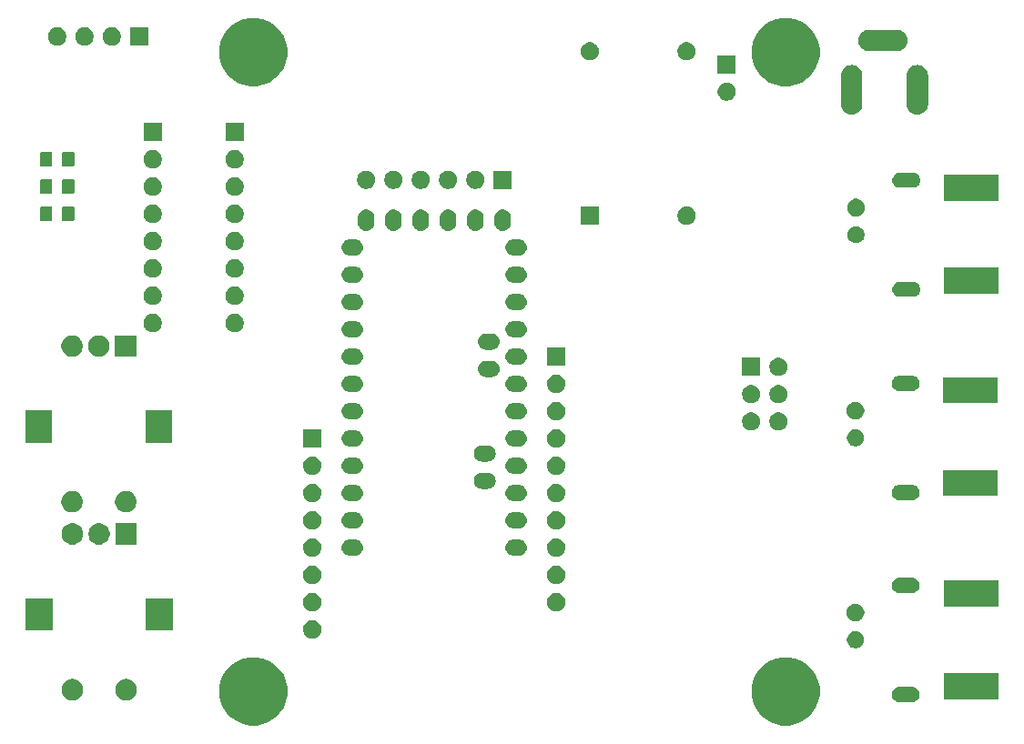
<source format=gbr>
G04 #@! TF.GenerationSoftware,KiCad,Pcbnew,(5.1.5)-3*
G04 #@! TF.CreationDate,2020-10-30T21:04:13-04:00*
G04 #@! TF.ProjectId,VFO-003,56464f2d-3030-4332-9e6b-696361645f70,1*
G04 #@! TF.SameCoordinates,Original*
G04 #@! TF.FileFunction,Soldermask,Bot*
G04 #@! TF.FilePolarity,Negative*
%FSLAX46Y46*%
G04 Gerber Fmt 4.6, Leading zero omitted, Abs format (unit mm)*
G04 Created by KiCad (PCBNEW (5.1.5)-3) date 2020-10-30 21:04:13*
%MOMM*%
%LPD*%
G04 APERTURE LIST*
%ADD10C,0.150000*%
G04 APERTURE END LIST*
D10*
G36*
X168926112Y-88947013D02*
G01*
X169503925Y-89186351D01*
X170023944Y-89533817D01*
X170466183Y-89976056D01*
X170813649Y-90496075D01*
X171052987Y-91073888D01*
X171175000Y-91687288D01*
X171175000Y-92312712D01*
X171052987Y-92926112D01*
X170813649Y-93503925D01*
X170466183Y-94023944D01*
X170023944Y-94466183D01*
X169503925Y-94813649D01*
X168926112Y-95052987D01*
X168312712Y-95175000D01*
X167687288Y-95175000D01*
X167073888Y-95052987D01*
X166496075Y-94813649D01*
X165976056Y-94466183D01*
X165533817Y-94023944D01*
X165186351Y-93503925D01*
X164947013Y-92926112D01*
X164825000Y-92312712D01*
X164825000Y-91687288D01*
X164947013Y-91073888D01*
X165186351Y-90496075D01*
X165533817Y-89976056D01*
X165976056Y-89533817D01*
X166496075Y-89186351D01*
X167073888Y-88947013D01*
X167687288Y-88825000D01*
X168312712Y-88825000D01*
X168926112Y-88947013D01*
G37*
G36*
X119426112Y-88947013D02*
G01*
X120003925Y-89186351D01*
X120523944Y-89533817D01*
X120966183Y-89976056D01*
X121313649Y-90496075D01*
X121552987Y-91073888D01*
X121675000Y-91687288D01*
X121675000Y-92312712D01*
X121552987Y-92926112D01*
X121313649Y-93503925D01*
X120966183Y-94023944D01*
X120523944Y-94466183D01*
X120003925Y-94813649D01*
X119426112Y-95052987D01*
X118812712Y-95175000D01*
X118187288Y-95175000D01*
X117573888Y-95052987D01*
X116996075Y-94813649D01*
X116476056Y-94466183D01*
X116033817Y-94023944D01*
X115686351Y-93503925D01*
X115447013Y-92926112D01*
X115325000Y-92312712D01*
X115325000Y-91687288D01*
X115447013Y-91073888D01*
X115686351Y-90496075D01*
X116033817Y-89976056D01*
X116476056Y-89533817D01*
X116996075Y-89186351D01*
X117573888Y-88947013D01*
X118187288Y-88825000D01*
X118812712Y-88825000D01*
X119426112Y-88947013D01*
G37*
G36*
X179917224Y-91590128D02*
G01*
X180049175Y-91630155D01*
X180170781Y-91695155D01*
X180277370Y-91782630D01*
X180364845Y-91889219D01*
X180429845Y-92010825D01*
X180469872Y-92142776D01*
X180483387Y-92280000D01*
X180469872Y-92417224D01*
X180429845Y-92549175D01*
X180364845Y-92670781D01*
X180277370Y-92777370D01*
X180170781Y-92864845D01*
X180049175Y-92929845D01*
X179917224Y-92969872D01*
X179814390Y-92980000D01*
X178545610Y-92980000D01*
X178442776Y-92969872D01*
X178310825Y-92929845D01*
X178189219Y-92864845D01*
X178082630Y-92777370D01*
X177995155Y-92670781D01*
X177930155Y-92549175D01*
X177890128Y-92417224D01*
X177876613Y-92280000D01*
X177890128Y-92142776D01*
X177930155Y-92010825D01*
X177995155Y-91889219D01*
X178082630Y-91782630D01*
X178189219Y-91695155D01*
X178310825Y-91630155D01*
X178442776Y-91590128D01*
X178545610Y-91580000D01*
X179814390Y-91580000D01*
X179917224Y-91590128D01*
G37*
G36*
X106878090Y-90869819D02*
G01*
X106942489Y-90882629D01*
X107124478Y-90958011D01*
X107288263Y-91067449D01*
X107427551Y-91206737D01*
X107536989Y-91370522D01*
X107612371Y-91552511D01*
X107612371Y-91552512D01*
X107650800Y-91745707D01*
X107650800Y-91942693D01*
X107625181Y-92071490D01*
X107612371Y-92135889D01*
X107536989Y-92317878D01*
X107427551Y-92481663D01*
X107288263Y-92620951D01*
X107124478Y-92730389D01*
X106942489Y-92805771D01*
X106878090Y-92818581D01*
X106749293Y-92844200D01*
X106552307Y-92844200D01*
X106423510Y-92818581D01*
X106359111Y-92805771D01*
X106177122Y-92730389D01*
X106013337Y-92620951D01*
X105874049Y-92481663D01*
X105764611Y-92317878D01*
X105689229Y-92135889D01*
X105676419Y-92071490D01*
X105650800Y-91942693D01*
X105650800Y-91745707D01*
X105689229Y-91552512D01*
X105689229Y-91552511D01*
X105764611Y-91370522D01*
X105874049Y-91206737D01*
X106013337Y-91067449D01*
X106177122Y-90958011D01*
X106359111Y-90882629D01*
X106423510Y-90869819D01*
X106552307Y-90844200D01*
X106749293Y-90844200D01*
X106878090Y-90869819D01*
G37*
G36*
X101878090Y-90869819D02*
G01*
X101942489Y-90882629D01*
X102124478Y-90958011D01*
X102288263Y-91067449D01*
X102427551Y-91206737D01*
X102536989Y-91370522D01*
X102612371Y-91552511D01*
X102612371Y-91552512D01*
X102650800Y-91745707D01*
X102650800Y-91942693D01*
X102625181Y-92071490D01*
X102612371Y-92135889D01*
X102536989Y-92317878D01*
X102427551Y-92481663D01*
X102288263Y-92620951D01*
X102124478Y-92730389D01*
X101942489Y-92805771D01*
X101878090Y-92818581D01*
X101749293Y-92844200D01*
X101552307Y-92844200D01*
X101423510Y-92818581D01*
X101359111Y-92805771D01*
X101177122Y-92730389D01*
X101013337Y-92620951D01*
X100874049Y-92481663D01*
X100764611Y-92317878D01*
X100689229Y-92135889D01*
X100676419Y-92071490D01*
X100650800Y-91942693D01*
X100650800Y-91745707D01*
X100689229Y-91552512D01*
X100689229Y-91552511D01*
X100764611Y-91370522D01*
X100874049Y-91206737D01*
X101013337Y-91067449D01*
X101177122Y-90958011D01*
X101359111Y-90882629D01*
X101423510Y-90869819D01*
X101552307Y-90844200D01*
X101749293Y-90844200D01*
X101878090Y-90869819D01*
G37*
G36*
X187840000Y-92724500D02*
G01*
X182760000Y-92724500D01*
X182760000Y-90311500D01*
X187840000Y-90311500D01*
X187840000Y-92724500D01*
G37*
G36*
X174729676Y-86442859D02*
G01*
X174872973Y-86502214D01*
X175001938Y-86588386D01*
X175111614Y-86698062D01*
X175197786Y-86827027D01*
X175257141Y-86970324D01*
X175287400Y-87122447D01*
X175287400Y-87277553D01*
X175257141Y-87429676D01*
X175197786Y-87572973D01*
X175111614Y-87701938D01*
X175001938Y-87811614D01*
X174872973Y-87897786D01*
X174729676Y-87957141D01*
X174577553Y-87987400D01*
X174422447Y-87987400D01*
X174270324Y-87957141D01*
X174127027Y-87897786D01*
X173998062Y-87811614D01*
X173888386Y-87701938D01*
X173802214Y-87572973D01*
X173742859Y-87429676D01*
X173712600Y-87277553D01*
X173712600Y-87122447D01*
X173742859Y-86970324D01*
X173802214Y-86827027D01*
X173888386Y-86698062D01*
X173998062Y-86588386D01*
X174127027Y-86502214D01*
X174270324Y-86442859D01*
X174422447Y-86412600D01*
X174577553Y-86412600D01*
X174729676Y-86442859D01*
G37*
G36*
X124225335Y-85415664D02*
G01*
X124380024Y-85479739D01*
X124380026Y-85479740D01*
X124519244Y-85572762D01*
X124637638Y-85691156D01*
X124730660Y-85830374D01*
X124730661Y-85830376D01*
X124794736Y-85985065D01*
X124827400Y-86149281D01*
X124827400Y-86316719D01*
X124794736Y-86480935D01*
X124785921Y-86502215D01*
X124730660Y-86635626D01*
X124637638Y-86774844D01*
X124519244Y-86893238D01*
X124380026Y-86986260D01*
X124380025Y-86986261D01*
X124380024Y-86986261D01*
X124225335Y-87050336D01*
X124061119Y-87083000D01*
X123893681Y-87083000D01*
X123729465Y-87050336D01*
X123574776Y-86986261D01*
X123574775Y-86986261D01*
X123574774Y-86986260D01*
X123435556Y-86893238D01*
X123317162Y-86774844D01*
X123224140Y-86635626D01*
X123168879Y-86502215D01*
X123160064Y-86480935D01*
X123127400Y-86316719D01*
X123127400Y-86149281D01*
X123160064Y-85985065D01*
X123224139Y-85830376D01*
X123224140Y-85830374D01*
X123317162Y-85691156D01*
X123435556Y-85572762D01*
X123574774Y-85479740D01*
X123574776Y-85479739D01*
X123729465Y-85415664D01*
X123893681Y-85383000D01*
X124061119Y-85383000D01*
X124225335Y-85415664D01*
G37*
G36*
X111000800Y-86344200D02*
G01*
X108500800Y-86344200D01*
X108500800Y-83344200D01*
X111000800Y-83344200D01*
X111000800Y-86344200D01*
G37*
G36*
X99800800Y-86344200D02*
G01*
X97300800Y-86344200D01*
X97300800Y-83344200D01*
X99800800Y-83344200D01*
X99800800Y-86344200D01*
G37*
G36*
X174740788Y-83866223D02*
G01*
X174891022Y-83928452D01*
X175026223Y-84018790D01*
X175141210Y-84133777D01*
X175231548Y-84268978D01*
X175293777Y-84419212D01*
X175325500Y-84578694D01*
X175325500Y-84741306D01*
X175293777Y-84900788D01*
X175231548Y-85051022D01*
X175141210Y-85186223D01*
X175026223Y-85301210D01*
X174891022Y-85391548D01*
X174740788Y-85453777D01*
X174581306Y-85485500D01*
X174418694Y-85485500D01*
X174259212Y-85453777D01*
X174108978Y-85391548D01*
X173973777Y-85301210D01*
X173858790Y-85186223D01*
X173768452Y-85051022D01*
X173706223Y-84900788D01*
X173674500Y-84741306D01*
X173674500Y-84578694D01*
X173706223Y-84419212D01*
X173768452Y-84268978D01*
X173858790Y-84133777D01*
X173973777Y-84018790D01*
X174108978Y-83928452D01*
X174259212Y-83866223D01*
X174418694Y-83834500D01*
X174581306Y-83834500D01*
X174740788Y-83866223D01*
G37*
G36*
X146907535Y-82875664D02*
G01*
X147062224Y-82939739D01*
X147062226Y-82939740D01*
X147201444Y-83032762D01*
X147319838Y-83151156D01*
X147412860Y-83290374D01*
X147412861Y-83290376D01*
X147476936Y-83445065D01*
X147509600Y-83609281D01*
X147509600Y-83776719D01*
X147476936Y-83940935D01*
X147444687Y-84018790D01*
X147412860Y-84095626D01*
X147319838Y-84234844D01*
X147201444Y-84353238D01*
X147062226Y-84446260D01*
X147062225Y-84446261D01*
X147062224Y-84446261D01*
X146907535Y-84510336D01*
X146743319Y-84543000D01*
X146575881Y-84543000D01*
X146411665Y-84510336D01*
X146256976Y-84446261D01*
X146256975Y-84446261D01*
X146256974Y-84446260D01*
X146117756Y-84353238D01*
X145999362Y-84234844D01*
X145906340Y-84095626D01*
X145874513Y-84018790D01*
X145842264Y-83940935D01*
X145809600Y-83776719D01*
X145809600Y-83609281D01*
X145842264Y-83445065D01*
X145906339Y-83290376D01*
X145906340Y-83290374D01*
X145999362Y-83151156D01*
X146117756Y-83032762D01*
X146256974Y-82939740D01*
X146256976Y-82939739D01*
X146411665Y-82875664D01*
X146575881Y-82843000D01*
X146743319Y-82843000D01*
X146907535Y-82875664D01*
G37*
G36*
X124225335Y-82875664D02*
G01*
X124380024Y-82939739D01*
X124380026Y-82939740D01*
X124519244Y-83032762D01*
X124637638Y-83151156D01*
X124730660Y-83290374D01*
X124730661Y-83290376D01*
X124794736Y-83445065D01*
X124827400Y-83609281D01*
X124827400Y-83776719D01*
X124794736Y-83940935D01*
X124762487Y-84018790D01*
X124730660Y-84095626D01*
X124637638Y-84234844D01*
X124519244Y-84353238D01*
X124380026Y-84446260D01*
X124380025Y-84446261D01*
X124380024Y-84446261D01*
X124225335Y-84510336D01*
X124061119Y-84543000D01*
X123893681Y-84543000D01*
X123729465Y-84510336D01*
X123574776Y-84446261D01*
X123574775Y-84446261D01*
X123574774Y-84446260D01*
X123435556Y-84353238D01*
X123317162Y-84234844D01*
X123224140Y-84095626D01*
X123192313Y-84018790D01*
X123160064Y-83940935D01*
X123127400Y-83776719D01*
X123127400Y-83609281D01*
X123160064Y-83445065D01*
X123224139Y-83290376D01*
X123224140Y-83290374D01*
X123317162Y-83151156D01*
X123435556Y-83032762D01*
X123574774Y-82939740D01*
X123574776Y-82939739D01*
X123729465Y-82875664D01*
X123893681Y-82843000D01*
X124061119Y-82843000D01*
X124225335Y-82875664D01*
G37*
G36*
X187840000Y-84088500D02*
G01*
X182760000Y-84088500D01*
X182760000Y-81675500D01*
X187840000Y-81675500D01*
X187840000Y-84088500D01*
G37*
G36*
X179917224Y-81430128D02*
G01*
X180049175Y-81470155D01*
X180170781Y-81535155D01*
X180277370Y-81622630D01*
X180364845Y-81729219D01*
X180429845Y-81850825D01*
X180469872Y-81982776D01*
X180483387Y-82120000D01*
X180469872Y-82257224D01*
X180429845Y-82389175D01*
X180364845Y-82510781D01*
X180277370Y-82617370D01*
X180170781Y-82704845D01*
X180049175Y-82769845D01*
X179917224Y-82809872D01*
X179814390Y-82820000D01*
X178545610Y-82820000D01*
X178442776Y-82809872D01*
X178310825Y-82769845D01*
X178189219Y-82704845D01*
X178082630Y-82617370D01*
X177995155Y-82510781D01*
X177930155Y-82389175D01*
X177890128Y-82257224D01*
X177876613Y-82120000D01*
X177890128Y-81982776D01*
X177930155Y-81850825D01*
X177995155Y-81729219D01*
X178082630Y-81622630D01*
X178189219Y-81535155D01*
X178310825Y-81470155D01*
X178442776Y-81430128D01*
X178545610Y-81420000D01*
X179814390Y-81420000D01*
X179917224Y-81430128D01*
G37*
G36*
X146907535Y-80335664D02*
G01*
X147062224Y-80399739D01*
X147062226Y-80399740D01*
X147201444Y-80492762D01*
X147319838Y-80611156D01*
X147412860Y-80750374D01*
X147412861Y-80750376D01*
X147476936Y-80905065D01*
X147509600Y-81069281D01*
X147509600Y-81236719D01*
X147476936Y-81400935D01*
X147412861Y-81555624D01*
X147412860Y-81555626D01*
X147319838Y-81694844D01*
X147201444Y-81813238D01*
X147062226Y-81906260D01*
X147062225Y-81906261D01*
X147062224Y-81906261D01*
X146907535Y-81970336D01*
X146743319Y-82003000D01*
X146575881Y-82003000D01*
X146411665Y-81970336D01*
X146256976Y-81906261D01*
X146256975Y-81906261D01*
X146256974Y-81906260D01*
X146117756Y-81813238D01*
X145999362Y-81694844D01*
X145906340Y-81555626D01*
X145906339Y-81555624D01*
X145842264Y-81400935D01*
X145809600Y-81236719D01*
X145809600Y-81069281D01*
X145842264Y-80905065D01*
X145906339Y-80750376D01*
X145906340Y-80750374D01*
X145999362Y-80611156D01*
X146117756Y-80492762D01*
X146256974Y-80399740D01*
X146256976Y-80399739D01*
X146411665Y-80335664D01*
X146575881Y-80303000D01*
X146743319Y-80303000D01*
X146907535Y-80335664D01*
G37*
G36*
X124225335Y-80335664D02*
G01*
X124380024Y-80399739D01*
X124380026Y-80399740D01*
X124519244Y-80492762D01*
X124637638Y-80611156D01*
X124730660Y-80750374D01*
X124730661Y-80750376D01*
X124794736Y-80905065D01*
X124827400Y-81069281D01*
X124827400Y-81236719D01*
X124794736Y-81400935D01*
X124730661Y-81555624D01*
X124730660Y-81555626D01*
X124637638Y-81694844D01*
X124519244Y-81813238D01*
X124380026Y-81906260D01*
X124380025Y-81906261D01*
X124380024Y-81906261D01*
X124225335Y-81970336D01*
X124061119Y-82003000D01*
X123893681Y-82003000D01*
X123729465Y-81970336D01*
X123574776Y-81906261D01*
X123574775Y-81906261D01*
X123574774Y-81906260D01*
X123435556Y-81813238D01*
X123317162Y-81694844D01*
X123224140Y-81555626D01*
X123224139Y-81555624D01*
X123160064Y-81400935D01*
X123127400Y-81236719D01*
X123127400Y-81069281D01*
X123160064Y-80905065D01*
X123224139Y-80750376D01*
X123224140Y-80750374D01*
X123317162Y-80611156D01*
X123435556Y-80492762D01*
X123574774Y-80399740D01*
X123574776Y-80399739D01*
X123729465Y-80335664D01*
X123893681Y-80303000D01*
X124061119Y-80303000D01*
X124225335Y-80335664D01*
G37*
G36*
X146907535Y-77795664D02*
G01*
X147041126Y-77851000D01*
X147062226Y-77859740D01*
X147201444Y-77952762D01*
X147319838Y-78071156D01*
X147397648Y-78187608D01*
X147412861Y-78210376D01*
X147476936Y-78365065D01*
X147509600Y-78529281D01*
X147509600Y-78696719D01*
X147476936Y-78860935D01*
X147458263Y-78906015D01*
X147412860Y-79015626D01*
X147319838Y-79154844D01*
X147201444Y-79273238D01*
X147062226Y-79366260D01*
X147062225Y-79366261D01*
X147062224Y-79366261D01*
X146907535Y-79430336D01*
X146743319Y-79463000D01*
X146575881Y-79463000D01*
X146411665Y-79430336D01*
X146256976Y-79366261D01*
X146256975Y-79366261D01*
X146256974Y-79366260D01*
X146117756Y-79273238D01*
X145999362Y-79154844D01*
X145906340Y-79015626D01*
X145860937Y-78906015D01*
X145842264Y-78860935D01*
X145809600Y-78696719D01*
X145809600Y-78529281D01*
X145842264Y-78365065D01*
X145906339Y-78210376D01*
X145921552Y-78187608D01*
X145999362Y-78071156D01*
X146117756Y-77952762D01*
X146256974Y-77859740D01*
X146278074Y-77851000D01*
X146411665Y-77795664D01*
X146575881Y-77763000D01*
X146743319Y-77763000D01*
X146907535Y-77795664D01*
G37*
G36*
X124225335Y-77795664D02*
G01*
X124358926Y-77851000D01*
X124380026Y-77859740D01*
X124519244Y-77952762D01*
X124637638Y-78071156D01*
X124715448Y-78187608D01*
X124730661Y-78210376D01*
X124794736Y-78365065D01*
X124827400Y-78529281D01*
X124827400Y-78696719D01*
X124794736Y-78860935D01*
X124776063Y-78906015D01*
X124730660Y-79015626D01*
X124637638Y-79154844D01*
X124519244Y-79273238D01*
X124380026Y-79366260D01*
X124380025Y-79366261D01*
X124380024Y-79366261D01*
X124225335Y-79430336D01*
X124061119Y-79463000D01*
X123893681Y-79463000D01*
X123729465Y-79430336D01*
X123574776Y-79366261D01*
X123574775Y-79366261D01*
X123574774Y-79366260D01*
X123435556Y-79273238D01*
X123317162Y-79154844D01*
X123224140Y-79015626D01*
X123178737Y-78906015D01*
X123160064Y-78860935D01*
X123127400Y-78696719D01*
X123127400Y-78529281D01*
X123160064Y-78365065D01*
X123224139Y-78210376D01*
X123239352Y-78187608D01*
X123317162Y-78071156D01*
X123435556Y-77952762D01*
X123574774Y-77859740D01*
X123595874Y-77851000D01*
X123729465Y-77795664D01*
X123893681Y-77763000D01*
X124061119Y-77763000D01*
X124225335Y-77795664D01*
G37*
G36*
X128023943Y-77854675D02*
G01*
X128098578Y-77862026D01*
X128204842Y-77894261D01*
X128242219Y-77905599D01*
X128374591Y-77976354D01*
X128490622Y-78071578D01*
X128585846Y-78187609D01*
X128656601Y-78319981D01*
X128656602Y-78319985D01*
X128700174Y-78463622D01*
X128714886Y-78613000D01*
X128700174Y-78762378D01*
X128670277Y-78860935D01*
X128656601Y-78906019D01*
X128585846Y-79038391D01*
X128490622Y-79154422D01*
X128374591Y-79249646D01*
X128242219Y-79320401D01*
X128204842Y-79331739D01*
X128098578Y-79363974D01*
X128023943Y-79371325D01*
X127986627Y-79375000D01*
X127435773Y-79375000D01*
X127398457Y-79371325D01*
X127323822Y-79363974D01*
X127217558Y-79331739D01*
X127180181Y-79320401D01*
X127047809Y-79249646D01*
X126931778Y-79154422D01*
X126836554Y-79038391D01*
X126765799Y-78906019D01*
X126752123Y-78860935D01*
X126722226Y-78762378D01*
X126707514Y-78613000D01*
X126722226Y-78463622D01*
X126765798Y-78319985D01*
X126765799Y-78319981D01*
X126836554Y-78187609D01*
X126931778Y-78071578D01*
X127047809Y-77976354D01*
X127180181Y-77905599D01*
X127217558Y-77894261D01*
X127323822Y-77862026D01*
X127398457Y-77854675D01*
X127435773Y-77851000D01*
X127986627Y-77851000D01*
X128023943Y-77854675D01*
G37*
G36*
X143263943Y-77854675D02*
G01*
X143338578Y-77862026D01*
X143444842Y-77894261D01*
X143482219Y-77905599D01*
X143614591Y-77976354D01*
X143730622Y-78071578D01*
X143825846Y-78187609D01*
X143896601Y-78319981D01*
X143896602Y-78319985D01*
X143940174Y-78463622D01*
X143954886Y-78613000D01*
X143940174Y-78762378D01*
X143910277Y-78860935D01*
X143896601Y-78906019D01*
X143825846Y-79038391D01*
X143730622Y-79154422D01*
X143614591Y-79249646D01*
X143482219Y-79320401D01*
X143444842Y-79331739D01*
X143338578Y-79363974D01*
X143263943Y-79371325D01*
X143226627Y-79375000D01*
X142675773Y-79375000D01*
X142638457Y-79371325D01*
X142563822Y-79363974D01*
X142457558Y-79331739D01*
X142420181Y-79320401D01*
X142287809Y-79249646D01*
X142171778Y-79154422D01*
X142076554Y-79038391D01*
X142005799Y-78906019D01*
X141992123Y-78860935D01*
X141962226Y-78762378D01*
X141947514Y-78613000D01*
X141962226Y-78463622D01*
X142005798Y-78319985D01*
X142005799Y-78319981D01*
X142076554Y-78187609D01*
X142171778Y-78071578D01*
X142287809Y-77976354D01*
X142420181Y-77905599D01*
X142457558Y-77894261D01*
X142563822Y-77862026D01*
X142638457Y-77854675D01*
X142675773Y-77851000D01*
X143226627Y-77851000D01*
X143263943Y-77854675D01*
G37*
G36*
X107650800Y-78344200D02*
G01*
X105650800Y-78344200D01*
X105650800Y-76344200D01*
X107650800Y-76344200D01*
X107650800Y-78344200D01*
G37*
G36*
X104358964Y-76366015D02*
G01*
X104442489Y-76382629D01*
X104624478Y-76458011D01*
X104788263Y-76567449D01*
X104927551Y-76706737D01*
X105036989Y-76870522D01*
X105112371Y-77052511D01*
X105150800Y-77245709D01*
X105150800Y-77442691D01*
X105112371Y-77635889D01*
X105036989Y-77817878D01*
X104927551Y-77981663D01*
X104788263Y-78120951D01*
X104624478Y-78230389D01*
X104442489Y-78305771D01*
X104378090Y-78318581D01*
X104249293Y-78344200D01*
X104052307Y-78344200D01*
X103923510Y-78318581D01*
X103859111Y-78305771D01*
X103677122Y-78230389D01*
X103513337Y-78120951D01*
X103374049Y-77981663D01*
X103264611Y-77817878D01*
X103189229Y-77635889D01*
X103150800Y-77442691D01*
X103150800Y-77245709D01*
X103189229Y-77052511D01*
X103264611Y-76870522D01*
X103374049Y-76706737D01*
X103513337Y-76567449D01*
X103677122Y-76458011D01*
X103859111Y-76382629D01*
X103942636Y-76366015D01*
X104052307Y-76344200D01*
X104249293Y-76344200D01*
X104358964Y-76366015D01*
G37*
G36*
X101858964Y-76366015D02*
G01*
X101942489Y-76382629D01*
X102124478Y-76458011D01*
X102288263Y-76567449D01*
X102427551Y-76706737D01*
X102536989Y-76870522D01*
X102612371Y-77052511D01*
X102650800Y-77245709D01*
X102650800Y-77442691D01*
X102612371Y-77635889D01*
X102536989Y-77817878D01*
X102427551Y-77981663D01*
X102288263Y-78120951D01*
X102124478Y-78230389D01*
X101942489Y-78305771D01*
X101878090Y-78318581D01*
X101749293Y-78344200D01*
X101552307Y-78344200D01*
X101423510Y-78318581D01*
X101359111Y-78305771D01*
X101177122Y-78230389D01*
X101013337Y-78120951D01*
X100874049Y-77981663D01*
X100764611Y-77817878D01*
X100689229Y-77635889D01*
X100650800Y-77442691D01*
X100650800Y-77245709D01*
X100689229Y-77052511D01*
X100764611Y-76870522D01*
X100874049Y-76706737D01*
X101013337Y-76567449D01*
X101177122Y-76458011D01*
X101359111Y-76382629D01*
X101442636Y-76366015D01*
X101552307Y-76344200D01*
X101749293Y-76344200D01*
X101858964Y-76366015D01*
G37*
G36*
X124225335Y-75255664D02*
G01*
X124358926Y-75311000D01*
X124380026Y-75319740D01*
X124519244Y-75412762D01*
X124637638Y-75531156D01*
X124715448Y-75647608D01*
X124730661Y-75670376D01*
X124794736Y-75825065D01*
X124827400Y-75989281D01*
X124827400Y-76156719D01*
X124794736Y-76320935D01*
X124730661Y-76475624D01*
X124730660Y-76475626D01*
X124637638Y-76614844D01*
X124519244Y-76733238D01*
X124380026Y-76826260D01*
X124380025Y-76826261D01*
X124380024Y-76826261D01*
X124225335Y-76890336D01*
X124061119Y-76923000D01*
X123893681Y-76923000D01*
X123729465Y-76890336D01*
X123574776Y-76826261D01*
X123574775Y-76826261D01*
X123574774Y-76826260D01*
X123435556Y-76733238D01*
X123317162Y-76614844D01*
X123224140Y-76475626D01*
X123224139Y-76475624D01*
X123160064Y-76320935D01*
X123127400Y-76156719D01*
X123127400Y-75989281D01*
X123160064Y-75825065D01*
X123224139Y-75670376D01*
X123239352Y-75647608D01*
X123317162Y-75531156D01*
X123435556Y-75412762D01*
X123574774Y-75319740D01*
X123595874Y-75311000D01*
X123729465Y-75255664D01*
X123893681Y-75223000D01*
X124061119Y-75223000D01*
X124225335Y-75255664D01*
G37*
G36*
X146907535Y-75255664D02*
G01*
X147041126Y-75311000D01*
X147062226Y-75319740D01*
X147201444Y-75412762D01*
X147319838Y-75531156D01*
X147397648Y-75647608D01*
X147412861Y-75670376D01*
X147476936Y-75825065D01*
X147509600Y-75989281D01*
X147509600Y-76156719D01*
X147476936Y-76320935D01*
X147412861Y-76475624D01*
X147412860Y-76475626D01*
X147319838Y-76614844D01*
X147201444Y-76733238D01*
X147062226Y-76826260D01*
X147062225Y-76826261D01*
X147062224Y-76826261D01*
X146907535Y-76890336D01*
X146743319Y-76923000D01*
X146575881Y-76923000D01*
X146411665Y-76890336D01*
X146256976Y-76826261D01*
X146256975Y-76826261D01*
X146256974Y-76826260D01*
X146117756Y-76733238D01*
X145999362Y-76614844D01*
X145906340Y-76475626D01*
X145906339Y-76475624D01*
X145842264Y-76320935D01*
X145809600Y-76156719D01*
X145809600Y-75989281D01*
X145842264Y-75825065D01*
X145906339Y-75670376D01*
X145921552Y-75647608D01*
X145999362Y-75531156D01*
X146117756Y-75412762D01*
X146256974Y-75319740D01*
X146278074Y-75311000D01*
X146411665Y-75255664D01*
X146575881Y-75223000D01*
X146743319Y-75223000D01*
X146907535Y-75255664D01*
G37*
G36*
X143263943Y-75314675D02*
G01*
X143338578Y-75322026D01*
X143444842Y-75354261D01*
X143482219Y-75365599D01*
X143614591Y-75436354D01*
X143730622Y-75531578D01*
X143825846Y-75647609D01*
X143896601Y-75779981D01*
X143896602Y-75779985D01*
X143940174Y-75923622D01*
X143954886Y-76073000D01*
X143940174Y-76222378D01*
X143910277Y-76320935D01*
X143896601Y-76366019D01*
X143825846Y-76498391D01*
X143730622Y-76614422D01*
X143614591Y-76709646D01*
X143482219Y-76780401D01*
X143444842Y-76791739D01*
X143338578Y-76823974D01*
X143263943Y-76831325D01*
X143226627Y-76835000D01*
X142675773Y-76835000D01*
X142638457Y-76831325D01*
X142563822Y-76823974D01*
X142457558Y-76791739D01*
X142420181Y-76780401D01*
X142287809Y-76709646D01*
X142171778Y-76614422D01*
X142076554Y-76498391D01*
X142005799Y-76366019D01*
X141992123Y-76320935D01*
X141962226Y-76222378D01*
X141947514Y-76073000D01*
X141962226Y-75923622D01*
X142005798Y-75779985D01*
X142005799Y-75779981D01*
X142076554Y-75647609D01*
X142171778Y-75531578D01*
X142287809Y-75436354D01*
X142420181Y-75365599D01*
X142457558Y-75354261D01*
X142563822Y-75322026D01*
X142638457Y-75314675D01*
X142675773Y-75311000D01*
X143226627Y-75311000D01*
X143263943Y-75314675D01*
G37*
G36*
X128023943Y-75314675D02*
G01*
X128098578Y-75322026D01*
X128204842Y-75354261D01*
X128242219Y-75365599D01*
X128374591Y-75436354D01*
X128490622Y-75531578D01*
X128585846Y-75647609D01*
X128656601Y-75779981D01*
X128656602Y-75779985D01*
X128700174Y-75923622D01*
X128714886Y-76073000D01*
X128700174Y-76222378D01*
X128670277Y-76320935D01*
X128656601Y-76366019D01*
X128585846Y-76498391D01*
X128490622Y-76614422D01*
X128374591Y-76709646D01*
X128242219Y-76780401D01*
X128204842Y-76791739D01*
X128098578Y-76823974D01*
X128023943Y-76831325D01*
X127986627Y-76835000D01*
X127435773Y-76835000D01*
X127398457Y-76831325D01*
X127323822Y-76823974D01*
X127217558Y-76791739D01*
X127180181Y-76780401D01*
X127047809Y-76709646D01*
X126931778Y-76614422D01*
X126836554Y-76498391D01*
X126765799Y-76366019D01*
X126752123Y-76320935D01*
X126722226Y-76222378D01*
X126707514Y-76073000D01*
X126722226Y-75923622D01*
X126765798Y-75779985D01*
X126765799Y-75779981D01*
X126836554Y-75647609D01*
X126931778Y-75531578D01*
X127047809Y-75436354D01*
X127180181Y-75365599D01*
X127217558Y-75354261D01*
X127323822Y-75322026D01*
X127398457Y-75314675D01*
X127435773Y-75311000D01*
X127986627Y-75311000D01*
X128023943Y-75314675D01*
G37*
G36*
X101852690Y-73369219D02*
G01*
X101917089Y-73382029D01*
X102099078Y-73457411D01*
X102262863Y-73566849D01*
X102402151Y-73706137D01*
X102511589Y-73869922D01*
X102586971Y-74051911D01*
X102599781Y-74116310D01*
X102615083Y-74193238D01*
X102625400Y-74245109D01*
X102625400Y-74442091D01*
X102586971Y-74635289D01*
X102511589Y-74817278D01*
X102402151Y-74981063D01*
X102262863Y-75120351D01*
X102099078Y-75229789D01*
X101917089Y-75305171D01*
X101887784Y-75311000D01*
X101723893Y-75343600D01*
X101526907Y-75343600D01*
X101363016Y-75311000D01*
X101333711Y-75305171D01*
X101151722Y-75229789D01*
X100987937Y-75120351D01*
X100848649Y-74981063D01*
X100739211Y-74817278D01*
X100663829Y-74635289D01*
X100625400Y-74442091D01*
X100625400Y-74245109D01*
X100635718Y-74193238D01*
X100651019Y-74116310D01*
X100663829Y-74051911D01*
X100739211Y-73869922D01*
X100848649Y-73706137D01*
X100987937Y-73566849D01*
X101151722Y-73457411D01*
X101333711Y-73382029D01*
X101398110Y-73369219D01*
X101526907Y-73343600D01*
X101723893Y-73343600D01*
X101852690Y-73369219D01*
G37*
G36*
X106852690Y-73369219D02*
G01*
X106917089Y-73382029D01*
X107099078Y-73457411D01*
X107262863Y-73566849D01*
X107402151Y-73706137D01*
X107511589Y-73869922D01*
X107586971Y-74051911D01*
X107599781Y-74116310D01*
X107615083Y-74193238D01*
X107625400Y-74245109D01*
X107625400Y-74442091D01*
X107586971Y-74635289D01*
X107511589Y-74817278D01*
X107402151Y-74981063D01*
X107262863Y-75120351D01*
X107099078Y-75229789D01*
X106917089Y-75305171D01*
X106887784Y-75311000D01*
X106723893Y-75343600D01*
X106526907Y-75343600D01*
X106363016Y-75311000D01*
X106333711Y-75305171D01*
X106151722Y-75229789D01*
X105987937Y-75120351D01*
X105848649Y-74981063D01*
X105739211Y-74817278D01*
X105663829Y-74635289D01*
X105625400Y-74442091D01*
X105625400Y-74245109D01*
X105635718Y-74193238D01*
X105651019Y-74116310D01*
X105663829Y-74051911D01*
X105739211Y-73869922D01*
X105848649Y-73706137D01*
X105987937Y-73566849D01*
X106151722Y-73457411D01*
X106333711Y-73382029D01*
X106398110Y-73369219D01*
X106526907Y-73343600D01*
X106723893Y-73343600D01*
X106852690Y-73369219D01*
G37*
G36*
X146907535Y-72715664D02*
G01*
X147041126Y-72771000D01*
X147062226Y-72779740D01*
X147201444Y-72872762D01*
X147319838Y-72991156D01*
X147390828Y-73097401D01*
X147412861Y-73130376D01*
X147476936Y-73285065D01*
X147509600Y-73449281D01*
X147509600Y-73616719D01*
X147476936Y-73780935D01*
X147458263Y-73826015D01*
X147412860Y-73935626D01*
X147319838Y-74074844D01*
X147201444Y-74193238D01*
X147062226Y-74286260D01*
X147062225Y-74286261D01*
X147062224Y-74286261D01*
X146907535Y-74350336D01*
X146743319Y-74383000D01*
X146575881Y-74383000D01*
X146411665Y-74350336D01*
X146256976Y-74286261D01*
X146256975Y-74286261D01*
X146256974Y-74286260D01*
X146117756Y-74193238D01*
X145999362Y-74074844D01*
X145906340Y-73935626D01*
X145860937Y-73826015D01*
X145842264Y-73780935D01*
X145809600Y-73616719D01*
X145809600Y-73449281D01*
X145842264Y-73285065D01*
X145906339Y-73130376D01*
X145928372Y-73097401D01*
X145999362Y-72991156D01*
X146117756Y-72872762D01*
X146256974Y-72779740D01*
X146278074Y-72771000D01*
X146411665Y-72715664D01*
X146575881Y-72683000D01*
X146743319Y-72683000D01*
X146907535Y-72715664D01*
G37*
G36*
X124225335Y-72715664D02*
G01*
X124358926Y-72771000D01*
X124380026Y-72779740D01*
X124519244Y-72872762D01*
X124637638Y-72991156D01*
X124708628Y-73097401D01*
X124730661Y-73130376D01*
X124794736Y-73285065D01*
X124827400Y-73449281D01*
X124827400Y-73616719D01*
X124794736Y-73780935D01*
X124776063Y-73826015D01*
X124730660Y-73935626D01*
X124637638Y-74074844D01*
X124519244Y-74193238D01*
X124380026Y-74286260D01*
X124380025Y-74286261D01*
X124380024Y-74286261D01*
X124225335Y-74350336D01*
X124061119Y-74383000D01*
X123893681Y-74383000D01*
X123729465Y-74350336D01*
X123574776Y-74286261D01*
X123574775Y-74286261D01*
X123574774Y-74286260D01*
X123435556Y-74193238D01*
X123317162Y-74074844D01*
X123224140Y-73935626D01*
X123178737Y-73826015D01*
X123160064Y-73780935D01*
X123127400Y-73616719D01*
X123127400Y-73449281D01*
X123160064Y-73285065D01*
X123224139Y-73130376D01*
X123246172Y-73097401D01*
X123317162Y-72991156D01*
X123435556Y-72872762D01*
X123574774Y-72779740D01*
X123595874Y-72771000D01*
X123729465Y-72715664D01*
X123893681Y-72683000D01*
X124061119Y-72683000D01*
X124225335Y-72715664D01*
G37*
G36*
X143263943Y-72774675D02*
G01*
X143338578Y-72782026D01*
X143444842Y-72814261D01*
X143482219Y-72825599D01*
X143614591Y-72896354D01*
X143730622Y-72991578D01*
X143825846Y-73107609D01*
X143896601Y-73239981D01*
X143896602Y-73239985D01*
X143940174Y-73383622D01*
X143954886Y-73533000D01*
X143940174Y-73682378D01*
X143910277Y-73780935D01*
X143896601Y-73826019D01*
X143825846Y-73958391D01*
X143730622Y-74074422D01*
X143614591Y-74169646D01*
X143482219Y-74240401D01*
X143444842Y-74251739D01*
X143338578Y-74283974D01*
X143263943Y-74291325D01*
X143226627Y-74295000D01*
X142675773Y-74295000D01*
X142638457Y-74291325D01*
X142563822Y-74283974D01*
X142457558Y-74251739D01*
X142420181Y-74240401D01*
X142287809Y-74169646D01*
X142171778Y-74074422D01*
X142076554Y-73958391D01*
X142005799Y-73826019D01*
X141992123Y-73780935D01*
X141962226Y-73682378D01*
X141947514Y-73533000D01*
X141962226Y-73383622D01*
X142005798Y-73239985D01*
X142005799Y-73239981D01*
X142076554Y-73107609D01*
X142171778Y-72991578D01*
X142287809Y-72896354D01*
X142420181Y-72825599D01*
X142457558Y-72814261D01*
X142563822Y-72782026D01*
X142638457Y-72774675D01*
X142675773Y-72771000D01*
X143226627Y-72771000D01*
X143263943Y-72774675D01*
G37*
G36*
X128023943Y-72774675D02*
G01*
X128098578Y-72782026D01*
X128204842Y-72814261D01*
X128242219Y-72825599D01*
X128374591Y-72896354D01*
X128490622Y-72991578D01*
X128585846Y-73107609D01*
X128656601Y-73239981D01*
X128656602Y-73239985D01*
X128700174Y-73383622D01*
X128714886Y-73533000D01*
X128700174Y-73682378D01*
X128670277Y-73780935D01*
X128656601Y-73826019D01*
X128585846Y-73958391D01*
X128490622Y-74074422D01*
X128374591Y-74169646D01*
X128242219Y-74240401D01*
X128204842Y-74251739D01*
X128098578Y-74283974D01*
X128023943Y-74291325D01*
X127986627Y-74295000D01*
X127435773Y-74295000D01*
X127398457Y-74291325D01*
X127323822Y-74283974D01*
X127217558Y-74251739D01*
X127180181Y-74240401D01*
X127047809Y-74169646D01*
X126931778Y-74074422D01*
X126836554Y-73958391D01*
X126765799Y-73826019D01*
X126752123Y-73780935D01*
X126722226Y-73682378D01*
X126707514Y-73533000D01*
X126722226Y-73383622D01*
X126765798Y-73239985D01*
X126765799Y-73239981D01*
X126836554Y-73107609D01*
X126931778Y-72991578D01*
X127047809Y-72896354D01*
X127180181Y-72825599D01*
X127217558Y-72814261D01*
X127323822Y-72782026D01*
X127398457Y-72774675D01*
X127435773Y-72771000D01*
X127986627Y-72771000D01*
X128023943Y-72774675D01*
G37*
G36*
X179917224Y-72790128D02*
G01*
X180049175Y-72830155D01*
X180170781Y-72895155D01*
X180277370Y-72982630D01*
X180364845Y-73089219D01*
X180429845Y-73210825D01*
X180469872Y-73342776D01*
X180483387Y-73480000D01*
X180469872Y-73617224D01*
X180429845Y-73749175D01*
X180364845Y-73870781D01*
X180277370Y-73977370D01*
X180170781Y-74064845D01*
X180049175Y-74129845D01*
X179917224Y-74169872D01*
X179814390Y-74180000D01*
X178545610Y-74180000D01*
X178442776Y-74169872D01*
X178310825Y-74129845D01*
X178189219Y-74064845D01*
X178082630Y-73977370D01*
X177995155Y-73870781D01*
X177930155Y-73749175D01*
X177890128Y-73617224D01*
X177876613Y-73480000D01*
X177890128Y-73342776D01*
X177930155Y-73210825D01*
X177995155Y-73089219D01*
X178082630Y-72982630D01*
X178189219Y-72895155D01*
X178310825Y-72830155D01*
X178442776Y-72790128D01*
X178545610Y-72780000D01*
X179814390Y-72780000D01*
X179917224Y-72790128D01*
G37*
G36*
X187740000Y-73824500D02*
G01*
X182660000Y-73824500D01*
X182660000Y-71411500D01*
X187740000Y-71411500D01*
X187740000Y-73824500D01*
G37*
G36*
X140322339Y-71629646D02*
G01*
X140417578Y-71639026D01*
X140523842Y-71671261D01*
X140561219Y-71682599D01*
X140693591Y-71753354D01*
X140809622Y-71848578D01*
X140904846Y-71964609D01*
X140975601Y-72096981D01*
X140975602Y-72096985D01*
X141019174Y-72240622D01*
X141033886Y-72390000D01*
X141019174Y-72539378D01*
X140986939Y-72645642D01*
X140975601Y-72683019D01*
X140904846Y-72815391D01*
X140809622Y-72931422D01*
X140693591Y-73026646D01*
X140561219Y-73097401D01*
X140527567Y-73107609D01*
X140417578Y-73140974D01*
X140342943Y-73148325D01*
X140305627Y-73152000D01*
X139754773Y-73152000D01*
X139717457Y-73148325D01*
X139642822Y-73140974D01*
X139532833Y-73107609D01*
X139499181Y-73097401D01*
X139366809Y-73026646D01*
X139250778Y-72931422D01*
X139155554Y-72815391D01*
X139084799Y-72683019D01*
X139073461Y-72645642D01*
X139041226Y-72539378D01*
X139026514Y-72390000D01*
X139041226Y-72240622D01*
X139084798Y-72096985D01*
X139084799Y-72096981D01*
X139155554Y-71964609D01*
X139250778Y-71848578D01*
X139366809Y-71753354D01*
X139499181Y-71682599D01*
X139536558Y-71671261D01*
X139642822Y-71639026D01*
X139738061Y-71629646D01*
X139754773Y-71628000D01*
X140305627Y-71628000D01*
X140322339Y-71629646D01*
G37*
G36*
X124225335Y-70175664D02*
G01*
X124358926Y-70231000D01*
X124380026Y-70239740D01*
X124519244Y-70332762D01*
X124637638Y-70451156D01*
X124708628Y-70557401D01*
X124730661Y-70590376D01*
X124794736Y-70745065D01*
X124827400Y-70909281D01*
X124827400Y-71076719D01*
X124794736Y-71240935D01*
X124776063Y-71286015D01*
X124730660Y-71395626D01*
X124637638Y-71534844D01*
X124519244Y-71653238D01*
X124380026Y-71746260D01*
X124380025Y-71746261D01*
X124380024Y-71746261D01*
X124225335Y-71810336D01*
X124061119Y-71843000D01*
X123893681Y-71843000D01*
X123729465Y-71810336D01*
X123574776Y-71746261D01*
X123574775Y-71746261D01*
X123574774Y-71746260D01*
X123435556Y-71653238D01*
X123317162Y-71534844D01*
X123224140Y-71395626D01*
X123178737Y-71286015D01*
X123160064Y-71240935D01*
X123127400Y-71076719D01*
X123127400Y-70909281D01*
X123160064Y-70745065D01*
X123224139Y-70590376D01*
X123246172Y-70557401D01*
X123317162Y-70451156D01*
X123435556Y-70332762D01*
X123574774Y-70239740D01*
X123595874Y-70231000D01*
X123729465Y-70175664D01*
X123893681Y-70143000D01*
X124061119Y-70143000D01*
X124225335Y-70175664D01*
G37*
G36*
X146907535Y-70175664D02*
G01*
X147041126Y-70231000D01*
X147062226Y-70239740D01*
X147201444Y-70332762D01*
X147319838Y-70451156D01*
X147390828Y-70557401D01*
X147412861Y-70590376D01*
X147476936Y-70745065D01*
X147509600Y-70909281D01*
X147509600Y-71076719D01*
X147476936Y-71240935D01*
X147458263Y-71286015D01*
X147412860Y-71395626D01*
X147319838Y-71534844D01*
X147201444Y-71653238D01*
X147062226Y-71746260D01*
X147062225Y-71746261D01*
X147062224Y-71746261D01*
X146907535Y-71810336D01*
X146743319Y-71843000D01*
X146575881Y-71843000D01*
X146411665Y-71810336D01*
X146256976Y-71746261D01*
X146256975Y-71746261D01*
X146256974Y-71746260D01*
X146117756Y-71653238D01*
X145999362Y-71534844D01*
X145906340Y-71395626D01*
X145860937Y-71286015D01*
X145842264Y-71240935D01*
X145809600Y-71076719D01*
X145809600Y-70909281D01*
X145842264Y-70745065D01*
X145906339Y-70590376D01*
X145928372Y-70557401D01*
X145999362Y-70451156D01*
X146117756Y-70332762D01*
X146256974Y-70239740D01*
X146278074Y-70231000D01*
X146411665Y-70175664D01*
X146575881Y-70143000D01*
X146743319Y-70143000D01*
X146907535Y-70175664D01*
G37*
G36*
X128023943Y-70234675D02*
G01*
X128098578Y-70242026D01*
X128204842Y-70274261D01*
X128242219Y-70285599D01*
X128374591Y-70356354D01*
X128490622Y-70451578D01*
X128585846Y-70567609D01*
X128656601Y-70699981D01*
X128656602Y-70699985D01*
X128700174Y-70843622D01*
X128714886Y-70993000D01*
X128700174Y-71142378D01*
X128670277Y-71240935D01*
X128656601Y-71286019D01*
X128585846Y-71418391D01*
X128490622Y-71534422D01*
X128374591Y-71629646D01*
X128242219Y-71700401D01*
X128204842Y-71711739D01*
X128098578Y-71743974D01*
X128023943Y-71751325D01*
X127986627Y-71755000D01*
X127435773Y-71755000D01*
X127398457Y-71751325D01*
X127323822Y-71743974D01*
X127217558Y-71711739D01*
X127180181Y-71700401D01*
X127047809Y-71629646D01*
X126931778Y-71534422D01*
X126836554Y-71418391D01*
X126765799Y-71286019D01*
X126752123Y-71240935D01*
X126722226Y-71142378D01*
X126707514Y-70993000D01*
X126722226Y-70843622D01*
X126765798Y-70699985D01*
X126765799Y-70699981D01*
X126836554Y-70567609D01*
X126931778Y-70451578D01*
X127047809Y-70356354D01*
X127180181Y-70285599D01*
X127217558Y-70274261D01*
X127323822Y-70242026D01*
X127398457Y-70234675D01*
X127435773Y-70231000D01*
X127986627Y-70231000D01*
X128023943Y-70234675D01*
G37*
G36*
X143263943Y-70234675D02*
G01*
X143338578Y-70242026D01*
X143444842Y-70274261D01*
X143482219Y-70285599D01*
X143614591Y-70356354D01*
X143730622Y-70451578D01*
X143825846Y-70567609D01*
X143896601Y-70699981D01*
X143896602Y-70699985D01*
X143940174Y-70843622D01*
X143954886Y-70993000D01*
X143940174Y-71142378D01*
X143910277Y-71240935D01*
X143896601Y-71286019D01*
X143825846Y-71418391D01*
X143730622Y-71534422D01*
X143614591Y-71629646D01*
X143482219Y-71700401D01*
X143444842Y-71711739D01*
X143338578Y-71743974D01*
X143263943Y-71751325D01*
X143226627Y-71755000D01*
X142675773Y-71755000D01*
X142638457Y-71751325D01*
X142563822Y-71743974D01*
X142457558Y-71711739D01*
X142420181Y-71700401D01*
X142287809Y-71629646D01*
X142171778Y-71534422D01*
X142076554Y-71418391D01*
X142005799Y-71286019D01*
X141992123Y-71240935D01*
X141962226Y-71142378D01*
X141947514Y-70993000D01*
X141962226Y-70843622D01*
X142005798Y-70699985D01*
X142005799Y-70699981D01*
X142076554Y-70567609D01*
X142171778Y-70451578D01*
X142287809Y-70356354D01*
X142420181Y-70285599D01*
X142457558Y-70274261D01*
X142563822Y-70242026D01*
X142638457Y-70234675D01*
X142675773Y-70231000D01*
X143226627Y-70231000D01*
X143263943Y-70234675D01*
G37*
G36*
X140322339Y-69089646D02*
G01*
X140417578Y-69099026D01*
X140523842Y-69131261D01*
X140561219Y-69142599D01*
X140693591Y-69213354D01*
X140809622Y-69308578D01*
X140904846Y-69424609D01*
X140975601Y-69556981D01*
X140975602Y-69556985D01*
X141019174Y-69700622D01*
X141033886Y-69850000D01*
X141019174Y-69999378D01*
X140986939Y-70105642D01*
X140975601Y-70143019D01*
X140904846Y-70275391D01*
X140809622Y-70391422D01*
X140693591Y-70486646D01*
X140561219Y-70557401D01*
X140527567Y-70567609D01*
X140417578Y-70600974D01*
X140342943Y-70608325D01*
X140305627Y-70612000D01*
X139754773Y-70612000D01*
X139717457Y-70608325D01*
X139642822Y-70600974D01*
X139532833Y-70567609D01*
X139499181Y-70557401D01*
X139366809Y-70486646D01*
X139250778Y-70391422D01*
X139155554Y-70275391D01*
X139084799Y-70143019D01*
X139073461Y-70105642D01*
X139041226Y-69999378D01*
X139026514Y-69850000D01*
X139041226Y-69700622D01*
X139084798Y-69556985D01*
X139084799Y-69556981D01*
X139155554Y-69424609D01*
X139250778Y-69308578D01*
X139366809Y-69213354D01*
X139499181Y-69142599D01*
X139536558Y-69131261D01*
X139642822Y-69099026D01*
X139738061Y-69089646D01*
X139754773Y-69088000D01*
X140305627Y-69088000D01*
X140322339Y-69089646D01*
G37*
G36*
X124827400Y-69303000D02*
G01*
X123127400Y-69303000D01*
X123127400Y-67603000D01*
X124827400Y-67603000D01*
X124827400Y-69303000D01*
G37*
G36*
X146907535Y-67635664D02*
G01*
X147052077Y-67695536D01*
X147062226Y-67699740D01*
X147201444Y-67792762D01*
X147319838Y-67911156D01*
X147397259Y-68027026D01*
X147412861Y-68050376D01*
X147476936Y-68205065D01*
X147509600Y-68369281D01*
X147509600Y-68536719D01*
X147476936Y-68700935D01*
X147412861Y-68855624D01*
X147412860Y-68855626D01*
X147319838Y-68994844D01*
X147201444Y-69113238D01*
X147062226Y-69206260D01*
X147062225Y-69206261D01*
X147062224Y-69206261D01*
X146907535Y-69270336D01*
X146743319Y-69303000D01*
X146575881Y-69303000D01*
X146411665Y-69270336D01*
X146256976Y-69206261D01*
X146256975Y-69206261D01*
X146256974Y-69206260D01*
X146117756Y-69113238D01*
X145999362Y-68994844D01*
X145906340Y-68855626D01*
X145906339Y-68855624D01*
X145842264Y-68700935D01*
X145809600Y-68536719D01*
X145809600Y-68369281D01*
X145842264Y-68205065D01*
X145906339Y-68050376D01*
X145921941Y-68027026D01*
X145999362Y-67911156D01*
X146117756Y-67792762D01*
X146256974Y-67699740D01*
X146267123Y-67695536D01*
X146411665Y-67635664D01*
X146575881Y-67603000D01*
X146743319Y-67603000D01*
X146907535Y-67635664D01*
G37*
G36*
X143263943Y-67694675D02*
G01*
X143338578Y-67702026D01*
X143444842Y-67734261D01*
X143482219Y-67745599D01*
X143614591Y-67816354D01*
X143730622Y-67911578D01*
X143825846Y-68027609D01*
X143896601Y-68159981D01*
X143896602Y-68159985D01*
X143940174Y-68303622D01*
X143954886Y-68453000D01*
X143940174Y-68602378D01*
X143931893Y-68629676D01*
X143896601Y-68746019D01*
X143825846Y-68878391D01*
X143730622Y-68994422D01*
X143614591Y-69089646D01*
X143482219Y-69160401D01*
X143444842Y-69171739D01*
X143338578Y-69203974D01*
X143263943Y-69211325D01*
X143226627Y-69215000D01*
X142675773Y-69215000D01*
X142638457Y-69211325D01*
X142563822Y-69203974D01*
X142457558Y-69171739D01*
X142420181Y-69160401D01*
X142287809Y-69089646D01*
X142171778Y-68994422D01*
X142076554Y-68878391D01*
X142005799Y-68746019D01*
X141970507Y-68629676D01*
X141962226Y-68602378D01*
X141947514Y-68453000D01*
X141962226Y-68303622D01*
X142005798Y-68159985D01*
X142005799Y-68159981D01*
X142076554Y-68027609D01*
X142171778Y-67911578D01*
X142287809Y-67816354D01*
X142420181Y-67745599D01*
X142457558Y-67734261D01*
X142563822Y-67702026D01*
X142638457Y-67694675D01*
X142675773Y-67691000D01*
X143226627Y-67691000D01*
X143263943Y-67694675D01*
G37*
G36*
X128023943Y-67694675D02*
G01*
X128098578Y-67702026D01*
X128204842Y-67734261D01*
X128242219Y-67745599D01*
X128374591Y-67816354D01*
X128490622Y-67911578D01*
X128585846Y-68027609D01*
X128656601Y-68159981D01*
X128656602Y-68159985D01*
X128700174Y-68303622D01*
X128714886Y-68453000D01*
X128700174Y-68602378D01*
X128691893Y-68629676D01*
X128656601Y-68746019D01*
X128585846Y-68878391D01*
X128490622Y-68994422D01*
X128374591Y-69089646D01*
X128242219Y-69160401D01*
X128204842Y-69171739D01*
X128098578Y-69203974D01*
X128023943Y-69211325D01*
X127986627Y-69215000D01*
X127435773Y-69215000D01*
X127398457Y-69211325D01*
X127323822Y-69203974D01*
X127217558Y-69171739D01*
X127180181Y-69160401D01*
X127047809Y-69089646D01*
X126931778Y-68994422D01*
X126836554Y-68878391D01*
X126765799Y-68746019D01*
X126730507Y-68629676D01*
X126722226Y-68602378D01*
X126707514Y-68453000D01*
X126722226Y-68303622D01*
X126765798Y-68159985D01*
X126765799Y-68159981D01*
X126836554Y-68027609D01*
X126931778Y-67911578D01*
X127047809Y-67816354D01*
X127180181Y-67745599D01*
X127217558Y-67734261D01*
X127323822Y-67702026D01*
X127398457Y-67694675D01*
X127435773Y-67691000D01*
X127986627Y-67691000D01*
X128023943Y-67694675D01*
G37*
G36*
X174729676Y-67642859D02*
G01*
X174872973Y-67702214D01*
X175001938Y-67788386D01*
X175111614Y-67898062D01*
X175197786Y-68027027D01*
X175257141Y-68170324D01*
X175287400Y-68322447D01*
X175287400Y-68477553D01*
X175257141Y-68629676D01*
X175197786Y-68772973D01*
X175111614Y-68901938D01*
X175001938Y-69011614D01*
X174872973Y-69097786D01*
X174729676Y-69157141D01*
X174577553Y-69187400D01*
X174422447Y-69187400D01*
X174270324Y-69157141D01*
X174127027Y-69097786D01*
X173998062Y-69011614D01*
X173888386Y-68901938D01*
X173802214Y-68772973D01*
X173742859Y-68629676D01*
X173712600Y-68477553D01*
X173712600Y-68322447D01*
X173742859Y-68170324D01*
X173802214Y-68027027D01*
X173888386Y-67898062D01*
X173998062Y-67788386D01*
X174127027Y-67702214D01*
X174270324Y-67642859D01*
X174422447Y-67612600D01*
X174577553Y-67612600D01*
X174729676Y-67642859D01*
G37*
G36*
X110975400Y-68843600D02*
G01*
X108475400Y-68843600D01*
X108475400Y-65843600D01*
X110975400Y-65843600D01*
X110975400Y-68843600D01*
G37*
G36*
X99775400Y-68843600D02*
G01*
X97275400Y-68843600D01*
X97275400Y-65843600D01*
X99775400Y-65843600D01*
X99775400Y-68843600D01*
G37*
G36*
X165043135Y-66060864D02*
G01*
X165139521Y-66100789D01*
X165197826Y-66124940D01*
X165337044Y-66217962D01*
X165455438Y-66336356D01*
X165548460Y-66475574D01*
X165548461Y-66475576D01*
X165612536Y-66630265D01*
X165645200Y-66794481D01*
X165645200Y-66961919D01*
X165612536Y-67126135D01*
X165548461Y-67280824D01*
X165548460Y-67280826D01*
X165455438Y-67420044D01*
X165337044Y-67538438D01*
X165197826Y-67631460D01*
X165197825Y-67631461D01*
X165197824Y-67631461D01*
X165043135Y-67695536D01*
X164878919Y-67728200D01*
X164711481Y-67728200D01*
X164547265Y-67695536D01*
X164392576Y-67631461D01*
X164392575Y-67631461D01*
X164392574Y-67631460D01*
X164253356Y-67538438D01*
X164134962Y-67420044D01*
X164041940Y-67280826D01*
X164041939Y-67280824D01*
X163977864Y-67126135D01*
X163945200Y-66961919D01*
X163945200Y-66794481D01*
X163977864Y-66630265D01*
X164041939Y-66475576D01*
X164041940Y-66475574D01*
X164134962Y-66336356D01*
X164253356Y-66217962D01*
X164392574Y-66124940D01*
X164450879Y-66100789D01*
X164547265Y-66060864D01*
X164711481Y-66028200D01*
X164878919Y-66028200D01*
X165043135Y-66060864D01*
G37*
G36*
X167583135Y-66060864D02*
G01*
X167679521Y-66100789D01*
X167737826Y-66124940D01*
X167877044Y-66217962D01*
X167995438Y-66336356D01*
X168088460Y-66475574D01*
X168088461Y-66475576D01*
X168152536Y-66630265D01*
X168185200Y-66794481D01*
X168185200Y-66961919D01*
X168152536Y-67126135D01*
X168088461Y-67280824D01*
X168088460Y-67280826D01*
X167995438Y-67420044D01*
X167877044Y-67538438D01*
X167737826Y-67631460D01*
X167737825Y-67631461D01*
X167737824Y-67631461D01*
X167583135Y-67695536D01*
X167418919Y-67728200D01*
X167251481Y-67728200D01*
X167087265Y-67695536D01*
X166932576Y-67631461D01*
X166932575Y-67631461D01*
X166932574Y-67631460D01*
X166793356Y-67538438D01*
X166674962Y-67420044D01*
X166581940Y-67280826D01*
X166581939Y-67280824D01*
X166517864Y-67126135D01*
X166485200Y-66961919D01*
X166485200Y-66794481D01*
X166517864Y-66630265D01*
X166581939Y-66475576D01*
X166581940Y-66475574D01*
X166674962Y-66336356D01*
X166793356Y-66217962D01*
X166932574Y-66124940D01*
X166990879Y-66100789D01*
X167087265Y-66060864D01*
X167251481Y-66028200D01*
X167418919Y-66028200D01*
X167583135Y-66060864D01*
G37*
G36*
X146907535Y-65095664D02*
G01*
X147052077Y-65155536D01*
X147062226Y-65159740D01*
X147201444Y-65252762D01*
X147319838Y-65371156D01*
X147397648Y-65487608D01*
X147412861Y-65510376D01*
X147476936Y-65665065D01*
X147509600Y-65829281D01*
X147509600Y-65996719D01*
X147476936Y-66160935D01*
X147439620Y-66251022D01*
X147412860Y-66315626D01*
X147319838Y-66454844D01*
X147201444Y-66573238D01*
X147062226Y-66666260D01*
X147062225Y-66666261D01*
X147062224Y-66666261D01*
X146907535Y-66730336D01*
X146743319Y-66763000D01*
X146575881Y-66763000D01*
X146411665Y-66730336D01*
X146256976Y-66666261D01*
X146256975Y-66666261D01*
X146256974Y-66666260D01*
X146117756Y-66573238D01*
X145999362Y-66454844D01*
X145906340Y-66315626D01*
X145879580Y-66251022D01*
X145842264Y-66160935D01*
X145809600Y-65996719D01*
X145809600Y-65829281D01*
X145842264Y-65665065D01*
X145906339Y-65510376D01*
X145921552Y-65487608D01*
X145999362Y-65371156D01*
X146117756Y-65252762D01*
X146256974Y-65159740D01*
X146267123Y-65155536D01*
X146411665Y-65095664D01*
X146575881Y-65063000D01*
X146743319Y-65063000D01*
X146907535Y-65095664D01*
G37*
G36*
X174740788Y-65066223D02*
G01*
X174891022Y-65128452D01*
X175026223Y-65218790D01*
X175141210Y-65333777D01*
X175231548Y-65468978D01*
X175293777Y-65619212D01*
X175325500Y-65778694D01*
X175325500Y-65941306D01*
X175293777Y-66100788D01*
X175231548Y-66251022D01*
X175141210Y-66386223D01*
X175026223Y-66501210D01*
X174891022Y-66591548D01*
X174740788Y-66653777D01*
X174581306Y-66685500D01*
X174418694Y-66685500D01*
X174259212Y-66653777D01*
X174108978Y-66591548D01*
X173973777Y-66501210D01*
X173858790Y-66386223D01*
X173768452Y-66251022D01*
X173706223Y-66100788D01*
X173674500Y-65941306D01*
X173674500Y-65778694D01*
X173706223Y-65619212D01*
X173768452Y-65468978D01*
X173858790Y-65333777D01*
X173973777Y-65218790D01*
X174108978Y-65128452D01*
X174259212Y-65066223D01*
X174418694Y-65034500D01*
X174581306Y-65034500D01*
X174740788Y-65066223D01*
G37*
G36*
X128023943Y-65154675D02*
G01*
X128098578Y-65162026D01*
X128204842Y-65194261D01*
X128242219Y-65205599D01*
X128374591Y-65276354D01*
X128490622Y-65371578D01*
X128585846Y-65487609D01*
X128656601Y-65619981D01*
X128656602Y-65619985D01*
X128700174Y-65763622D01*
X128714886Y-65913000D01*
X128700174Y-66062378D01*
X128688522Y-66100788D01*
X128656601Y-66206019D01*
X128585846Y-66338391D01*
X128490622Y-66454422D01*
X128374591Y-66549646D01*
X128242219Y-66620401D01*
X128209701Y-66630265D01*
X128098578Y-66663974D01*
X128023943Y-66671325D01*
X127986627Y-66675000D01*
X127435773Y-66675000D01*
X127398457Y-66671325D01*
X127323822Y-66663974D01*
X127212699Y-66630265D01*
X127180181Y-66620401D01*
X127047809Y-66549646D01*
X126931778Y-66454422D01*
X126836554Y-66338391D01*
X126765799Y-66206019D01*
X126733878Y-66100788D01*
X126722226Y-66062378D01*
X126707514Y-65913000D01*
X126722226Y-65763622D01*
X126765798Y-65619985D01*
X126765799Y-65619981D01*
X126836554Y-65487609D01*
X126931778Y-65371578D01*
X127047809Y-65276354D01*
X127180181Y-65205599D01*
X127217558Y-65194261D01*
X127323822Y-65162026D01*
X127398457Y-65154675D01*
X127435773Y-65151000D01*
X127986627Y-65151000D01*
X128023943Y-65154675D01*
G37*
G36*
X143263943Y-65154675D02*
G01*
X143338578Y-65162026D01*
X143444842Y-65194261D01*
X143482219Y-65205599D01*
X143614591Y-65276354D01*
X143730622Y-65371578D01*
X143825846Y-65487609D01*
X143896601Y-65619981D01*
X143896602Y-65619985D01*
X143940174Y-65763622D01*
X143954886Y-65913000D01*
X143940174Y-66062378D01*
X143928522Y-66100788D01*
X143896601Y-66206019D01*
X143825846Y-66338391D01*
X143730622Y-66454422D01*
X143614591Y-66549646D01*
X143482219Y-66620401D01*
X143449701Y-66630265D01*
X143338578Y-66663974D01*
X143263943Y-66671325D01*
X143226627Y-66675000D01*
X142675773Y-66675000D01*
X142638457Y-66671325D01*
X142563822Y-66663974D01*
X142452699Y-66630265D01*
X142420181Y-66620401D01*
X142287809Y-66549646D01*
X142171778Y-66454422D01*
X142076554Y-66338391D01*
X142005799Y-66206019D01*
X141973878Y-66100788D01*
X141962226Y-66062378D01*
X141947514Y-65913000D01*
X141962226Y-65763622D01*
X142005798Y-65619985D01*
X142005799Y-65619981D01*
X142076554Y-65487609D01*
X142171778Y-65371578D01*
X142287809Y-65276354D01*
X142420181Y-65205599D01*
X142457558Y-65194261D01*
X142563822Y-65162026D01*
X142638457Y-65154675D01*
X142675773Y-65151000D01*
X143226627Y-65151000D01*
X143263943Y-65154675D01*
G37*
G36*
X187740000Y-65188500D02*
G01*
X182660000Y-65188500D01*
X182660000Y-62775500D01*
X187740000Y-62775500D01*
X187740000Y-65188500D01*
G37*
G36*
X165043135Y-63520864D02*
G01*
X165197824Y-63584939D01*
X165197826Y-63584940D01*
X165337044Y-63677962D01*
X165455438Y-63796356D01*
X165548460Y-63935574D01*
X165548461Y-63935576D01*
X165612536Y-64090265D01*
X165645200Y-64254481D01*
X165645200Y-64421919D01*
X165612536Y-64586135D01*
X165548461Y-64740824D01*
X165548460Y-64740826D01*
X165455438Y-64880044D01*
X165337044Y-64998438D01*
X165197826Y-65091460D01*
X165197825Y-65091461D01*
X165197824Y-65091461D01*
X165043135Y-65155536D01*
X164878919Y-65188200D01*
X164711481Y-65188200D01*
X164547265Y-65155536D01*
X164392576Y-65091461D01*
X164392575Y-65091461D01*
X164392574Y-65091460D01*
X164253356Y-64998438D01*
X164134962Y-64880044D01*
X164041940Y-64740826D01*
X164041939Y-64740824D01*
X163977864Y-64586135D01*
X163945200Y-64421919D01*
X163945200Y-64254481D01*
X163977864Y-64090265D01*
X164041939Y-63935576D01*
X164041940Y-63935574D01*
X164134962Y-63796356D01*
X164253356Y-63677962D01*
X164392574Y-63584940D01*
X164392576Y-63584939D01*
X164547265Y-63520864D01*
X164711481Y-63488200D01*
X164878919Y-63488200D01*
X165043135Y-63520864D01*
G37*
G36*
X167583135Y-63520864D02*
G01*
X167737824Y-63584939D01*
X167737826Y-63584940D01*
X167877044Y-63677962D01*
X167995438Y-63796356D01*
X168088460Y-63935574D01*
X168088461Y-63935576D01*
X168152536Y-64090265D01*
X168185200Y-64254481D01*
X168185200Y-64421919D01*
X168152536Y-64586135D01*
X168088461Y-64740824D01*
X168088460Y-64740826D01*
X167995438Y-64880044D01*
X167877044Y-64998438D01*
X167737826Y-65091460D01*
X167737825Y-65091461D01*
X167737824Y-65091461D01*
X167583135Y-65155536D01*
X167418919Y-65188200D01*
X167251481Y-65188200D01*
X167087265Y-65155536D01*
X166932576Y-65091461D01*
X166932575Y-65091461D01*
X166932574Y-65091460D01*
X166793356Y-64998438D01*
X166674962Y-64880044D01*
X166581940Y-64740826D01*
X166581939Y-64740824D01*
X166517864Y-64586135D01*
X166485200Y-64421919D01*
X166485200Y-64254481D01*
X166517864Y-64090265D01*
X166581939Y-63935576D01*
X166581940Y-63935574D01*
X166674962Y-63796356D01*
X166793356Y-63677962D01*
X166932574Y-63584940D01*
X166932576Y-63584939D01*
X167087265Y-63520864D01*
X167251481Y-63488200D01*
X167418919Y-63488200D01*
X167583135Y-63520864D01*
G37*
G36*
X146907535Y-62555664D02*
G01*
X147052077Y-62615536D01*
X147062226Y-62619740D01*
X147201444Y-62712762D01*
X147319838Y-62831156D01*
X147397648Y-62947608D01*
X147412861Y-62970376D01*
X147476936Y-63125065D01*
X147509600Y-63289281D01*
X147509600Y-63456719D01*
X147476936Y-63620935D01*
X147458263Y-63666015D01*
X147412860Y-63775626D01*
X147319838Y-63914844D01*
X147201444Y-64033238D01*
X147062226Y-64126260D01*
X147062225Y-64126261D01*
X147062224Y-64126261D01*
X146907535Y-64190336D01*
X146743319Y-64223000D01*
X146575881Y-64223000D01*
X146411665Y-64190336D01*
X146256976Y-64126261D01*
X146256975Y-64126261D01*
X146256974Y-64126260D01*
X146117756Y-64033238D01*
X145999362Y-63914844D01*
X145906340Y-63775626D01*
X145860937Y-63666015D01*
X145842264Y-63620935D01*
X145809600Y-63456719D01*
X145809600Y-63289281D01*
X145842264Y-63125065D01*
X145906339Y-62970376D01*
X145921552Y-62947608D01*
X145999362Y-62831156D01*
X146117756Y-62712762D01*
X146256974Y-62619740D01*
X146267123Y-62615536D01*
X146411665Y-62555664D01*
X146575881Y-62523000D01*
X146743319Y-62523000D01*
X146907535Y-62555664D01*
G37*
G36*
X143243339Y-62612646D02*
G01*
X143338578Y-62622026D01*
X143444842Y-62654261D01*
X143482219Y-62665599D01*
X143614591Y-62736354D01*
X143730622Y-62831578D01*
X143825846Y-62947609D01*
X143896601Y-63079981D01*
X143896602Y-63079985D01*
X143940174Y-63223622D01*
X143954886Y-63373000D01*
X143940174Y-63522378D01*
X143910277Y-63620935D01*
X143896601Y-63666019D01*
X143825846Y-63798391D01*
X143730622Y-63914422D01*
X143614591Y-64009646D01*
X143482219Y-64080401D01*
X143449701Y-64090265D01*
X143338578Y-64123974D01*
X143263943Y-64131325D01*
X143226627Y-64135000D01*
X142675773Y-64135000D01*
X142638457Y-64131325D01*
X142563822Y-64123974D01*
X142452699Y-64090265D01*
X142420181Y-64080401D01*
X142287809Y-64009646D01*
X142171778Y-63914422D01*
X142076554Y-63798391D01*
X142005799Y-63666019D01*
X141992123Y-63620935D01*
X141962226Y-63522378D01*
X141947514Y-63373000D01*
X141962226Y-63223622D01*
X142005798Y-63079985D01*
X142005799Y-63079981D01*
X142076554Y-62947609D01*
X142171778Y-62831578D01*
X142287809Y-62736354D01*
X142420181Y-62665599D01*
X142457558Y-62654261D01*
X142563822Y-62622026D01*
X142659061Y-62612646D01*
X142675773Y-62611000D01*
X143226627Y-62611000D01*
X143243339Y-62612646D01*
G37*
G36*
X128003339Y-62612646D02*
G01*
X128098578Y-62622026D01*
X128204842Y-62654261D01*
X128242219Y-62665599D01*
X128374591Y-62736354D01*
X128490622Y-62831578D01*
X128585846Y-62947609D01*
X128656601Y-63079981D01*
X128656602Y-63079985D01*
X128700174Y-63223622D01*
X128714886Y-63373000D01*
X128700174Y-63522378D01*
X128670277Y-63620935D01*
X128656601Y-63666019D01*
X128585846Y-63798391D01*
X128490622Y-63914422D01*
X128374591Y-64009646D01*
X128242219Y-64080401D01*
X128209701Y-64090265D01*
X128098578Y-64123974D01*
X128023943Y-64131325D01*
X127986627Y-64135000D01*
X127435773Y-64135000D01*
X127398457Y-64131325D01*
X127323822Y-64123974D01*
X127212699Y-64090265D01*
X127180181Y-64080401D01*
X127047809Y-64009646D01*
X126931778Y-63914422D01*
X126836554Y-63798391D01*
X126765799Y-63666019D01*
X126752123Y-63620935D01*
X126722226Y-63522378D01*
X126707514Y-63373000D01*
X126722226Y-63223622D01*
X126765798Y-63079985D01*
X126765799Y-63079981D01*
X126836554Y-62947609D01*
X126931778Y-62831578D01*
X127047809Y-62736354D01*
X127180181Y-62665599D01*
X127217558Y-62654261D01*
X127323822Y-62622026D01*
X127419061Y-62612646D01*
X127435773Y-62611000D01*
X127986627Y-62611000D01*
X128003339Y-62612646D01*
G37*
G36*
X179917224Y-62630128D02*
G01*
X180049175Y-62670155D01*
X180170781Y-62735155D01*
X180277370Y-62822630D01*
X180364845Y-62929219D01*
X180429845Y-63050825D01*
X180469872Y-63182776D01*
X180483387Y-63320000D01*
X180469872Y-63457224D01*
X180429845Y-63589175D01*
X180364845Y-63710781D01*
X180277370Y-63817370D01*
X180170781Y-63904845D01*
X180049175Y-63969845D01*
X179917224Y-64009872D01*
X179814390Y-64020000D01*
X178545610Y-64020000D01*
X178442776Y-64009872D01*
X178310825Y-63969845D01*
X178189219Y-63904845D01*
X178082630Y-63817370D01*
X177995155Y-63710781D01*
X177930155Y-63589175D01*
X177890128Y-63457224D01*
X177876613Y-63320000D01*
X177890128Y-63182776D01*
X177930155Y-63050825D01*
X177995155Y-62929219D01*
X178082630Y-62822630D01*
X178189219Y-62735155D01*
X178310825Y-62670155D01*
X178442776Y-62630128D01*
X178545610Y-62620000D01*
X179814390Y-62620000D01*
X179917224Y-62630128D01*
G37*
G36*
X140723943Y-61217675D02*
G01*
X140798578Y-61225026D01*
X140901859Y-61256356D01*
X140942219Y-61268599D01*
X141074591Y-61339354D01*
X141190622Y-61434578D01*
X141285846Y-61550609D01*
X141356601Y-61682981D01*
X141356602Y-61682985D01*
X141400174Y-61826622D01*
X141414886Y-61976000D01*
X141400174Y-62125378D01*
X141377287Y-62200826D01*
X141356601Y-62269019D01*
X141285846Y-62401391D01*
X141190622Y-62517422D01*
X141074591Y-62612646D01*
X140942219Y-62683401D01*
X140904842Y-62694739D01*
X140798578Y-62726974D01*
X140723943Y-62734325D01*
X140686627Y-62738000D01*
X140135773Y-62738000D01*
X140098457Y-62734325D01*
X140023822Y-62726974D01*
X139917558Y-62694739D01*
X139880181Y-62683401D01*
X139747809Y-62612646D01*
X139631778Y-62517422D01*
X139536554Y-62401391D01*
X139465799Y-62269019D01*
X139445113Y-62200826D01*
X139422226Y-62125378D01*
X139407514Y-61976000D01*
X139422226Y-61826622D01*
X139465798Y-61682985D01*
X139465799Y-61682981D01*
X139536554Y-61550609D01*
X139631778Y-61434578D01*
X139747809Y-61339354D01*
X139880181Y-61268599D01*
X139920541Y-61256356D01*
X140023822Y-61225026D01*
X140098457Y-61217675D01*
X140135773Y-61214000D01*
X140686627Y-61214000D01*
X140723943Y-61217675D01*
G37*
G36*
X167583135Y-60980864D02*
G01*
X167737824Y-61044939D01*
X167737826Y-61044940D01*
X167877044Y-61137962D01*
X167995438Y-61256356D01*
X168088460Y-61395574D01*
X168088461Y-61395576D01*
X168152536Y-61550265D01*
X168185200Y-61714481D01*
X168185200Y-61881919D01*
X168152536Y-62046135D01*
X168119713Y-62125376D01*
X168088460Y-62200826D01*
X167995438Y-62340044D01*
X167877044Y-62458438D01*
X167737826Y-62551460D01*
X167737825Y-62551461D01*
X167737824Y-62551461D01*
X167583135Y-62615536D01*
X167418919Y-62648200D01*
X167251481Y-62648200D01*
X167087265Y-62615536D01*
X166932576Y-62551461D01*
X166932575Y-62551461D01*
X166932574Y-62551460D01*
X166793356Y-62458438D01*
X166674962Y-62340044D01*
X166581940Y-62200826D01*
X166550687Y-62125376D01*
X166517864Y-62046135D01*
X166485200Y-61881919D01*
X166485200Y-61714481D01*
X166517864Y-61550265D01*
X166581939Y-61395576D01*
X166581940Y-61395574D01*
X166674962Y-61256356D01*
X166793356Y-61137962D01*
X166932574Y-61044940D01*
X166932576Y-61044939D01*
X167087265Y-60980864D01*
X167251481Y-60948200D01*
X167418919Y-60948200D01*
X167583135Y-60980864D01*
G37*
G36*
X165645200Y-62648200D02*
G01*
X163945200Y-62648200D01*
X163945200Y-60948200D01*
X165645200Y-60948200D01*
X165645200Y-62648200D01*
G37*
G36*
X147509600Y-61683000D02*
G01*
X145809600Y-61683000D01*
X145809600Y-59983000D01*
X147509600Y-59983000D01*
X147509600Y-61683000D01*
G37*
G36*
X128003339Y-60072646D02*
G01*
X128098578Y-60082026D01*
X128204842Y-60114261D01*
X128242219Y-60125599D01*
X128374591Y-60196354D01*
X128490622Y-60291578D01*
X128585846Y-60407609D01*
X128656601Y-60539981D01*
X128656602Y-60539985D01*
X128700174Y-60683622D01*
X128714886Y-60833000D01*
X128700174Y-60982378D01*
X128681196Y-61044939D01*
X128656601Y-61126019D01*
X128585846Y-61258391D01*
X128490622Y-61374422D01*
X128374591Y-61469646D01*
X128242219Y-61540401D01*
X128208567Y-61550609D01*
X128098578Y-61583974D01*
X128023943Y-61591325D01*
X127986627Y-61595000D01*
X127435773Y-61595000D01*
X127398457Y-61591325D01*
X127323822Y-61583974D01*
X127213833Y-61550609D01*
X127180181Y-61540401D01*
X127047809Y-61469646D01*
X126931778Y-61374422D01*
X126836554Y-61258391D01*
X126765799Y-61126019D01*
X126741204Y-61044939D01*
X126722226Y-60982378D01*
X126707514Y-60833000D01*
X126722226Y-60683622D01*
X126765798Y-60539985D01*
X126765799Y-60539981D01*
X126836554Y-60407609D01*
X126931778Y-60291578D01*
X127047809Y-60196354D01*
X127180181Y-60125599D01*
X127217558Y-60114261D01*
X127323822Y-60082026D01*
X127419061Y-60072646D01*
X127435773Y-60071000D01*
X127986627Y-60071000D01*
X128003339Y-60072646D01*
G37*
G36*
X143243339Y-60072646D02*
G01*
X143338578Y-60082026D01*
X143444842Y-60114261D01*
X143482219Y-60125599D01*
X143614591Y-60196354D01*
X143730622Y-60291578D01*
X143825846Y-60407609D01*
X143896601Y-60539981D01*
X143896602Y-60539985D01*
X143940174Y-60683622D01*
X143954886Y-60833000D01*
X143940174Y-60982378D01*
X143921196Y-61044939D01*
X143896601Y-61126019D01*
X143825846Y-61258391D01*
X143730622Y-61374422D01*
X143614591Y-61469646D01*
X143482219Y-61540401D01*
X143448567Y-61550609D01*
X143338578Y-61583974D01*
X143263943Y-61591325D01*
X143226627Y-61595000D01*
X142675773Y-61595000D01*
X142638457Y-61591325D01*
X142563822Y-61583974D01*
X142453833Y-61550609D01*
X142420181Y-61540401D01*
X142287809Y-61469646D01*
X142171778Y-61374422D01*
X142076554Y-61258391D01*
X142005799Y-61126019D01*
X141981204Y-61044939D01*
X141962226Y-60982378D01*
X141947514Y-60833000D01*
X141962226Y-60683622D01*
X142005798Y-60539985D01*
X142005799Y-60539981D01*
X142076554Y-60407609D01*
X142171778Y-60291578D01*
X142287809Y-60196354D01*
X142420181Y-60125599D01*
X142457558Y-60114261D01*
X142563822Y-60082026D01*
X142659061Y-60072646D01*
X142675773Y-60071000D01*
X143226627Y-60071000D01*
X143243339Y-60072646D01*
G37*
G36*
X101852690Y-58869219D02*
G01*
X101917089Y-58882029D01*
X102099078Y-58957411D01*
X102262863Y-59066849D01*
X102402151Y-59206137D01*
X102511589Y-59369922D01*
X102586971Y-59551911D01*
X102593628Y-59585378D01*
X102625400Y-59745107D01*
X102625400Y-59942093D01*
X102617263Y-59983000D01*
X102586971Y-60135289D01*
X102511589Y-60317278D01*
X102402151Y-60481063D01*
X102262863Y-60620351D01*
X102099078Y-60729789D01*
X101917089Y-60805171D01*
X101852690Y-60817981D01*
X101723893Y-60843600D01*
X101526907Y-60843600D01*
X101398110Y-60817981D01*
X101333711Y-60805171D01*
X101151722Y-60729789D01*
X100987937Y-60620351D01*
X100848649Y-60481063D01*
X100739211Y-60317278D01*
X100663829Y-60135289D01*
X100633537Y-59983000D01*
X100625400Y-59942093D01*
X100625400Y-59745107D01*
X100657172Y-59585378D01*
X100663829Y-59551911D01*
X100739211Y-59369922D01*
X100848649Y-59206137D01*
X100987937Y-59066849D01*
X101151722Y-58957411D01*
X101333711Y-58882029D01*
X101398110Y-58869219D01*
X101526907Y-58843600D01*
X101723893Y-58843600D01*
X101852690Y-58869219D01*
G37*
G36*
X104352690Y-58869219D02*
G01*
X104417089Y-58882029D01*
X104599078Y-58957411D01*
X104762863Y-59066849D01*
X104902151Y-59206137D01*
X105011589Y-59369922D01*
X105086971Y-59551911D01*
X105093628Y-59585378D01*
X105125400Y-59745107D01*
X105125400Y-59942093D01*
X105117263Y-59983000D01*
X105086971Y-60135289D01*
X105011589Y-60317278D01*
X104902151Y-60481063D01*
X104762863Y-60620351D01*
X104599078Y-60729789D01*
X104417089Y-60805171D01*
X104352690Y-60817981D01*
X104223893Y-60843600D01*
X104026907Y-60843600D01*
X103898110Y-60817981D01*
X103833711Y-60805171D01*
X103651722Y-60729789D01*
X103487937Y-60620351D01*
X103348649Y-60481063D01*
X103239211Y-60317278D01*
X103163829Y-60135289D01*
X103133537Y-59983000D01*
X103125400Y-59942093D01*
X103125400Y-59745107D01*
X103157172Y-59585378D01*
X103163829Y-59551911D01*
X103239211Y-59369922D01*
X103348649Y-59206137D01*
X103487937Y-59066849D01*
X103651722Y-58957411D01*
X103833711Y-58882029D01*
X103898110Y-58869219D01*
X104026907Y-58843600D01*
X104223893Y-58843600D01*
X104352690Y-58869219D01*
G37*
G36*
X107625400Y-60843600D02*
G01*
X105625400Y-60843600D01*
X105625400Y-58843600D01*
X107625400Y-58843600D01*
X107625400Y-60843600D01*
G37*
G36*
X140723943Y-58677675D02*
G01*
X140798578Y-58685026D01*
X140904842Y-58717261D01*
X140942219Y-58728599D01*
X141074591Y-58799354D01*
X141190622Y-58894578D01*
X141285846Y-59010609D01*
X141356601Y-59142981D01*
X141356602Y-59142985D01*
X141400174Y-59286622D01*
X141414886Y-59436000D01*
X141400174Y-59585378D01*
X141367939Y-59691642D01*
X141356601Y-59729019D01*
X141285846Y-59861391D01*
X141190622Y-59977422D01*
X141074591Y-60072646D01*
X140942219Y-60143401D01*
X140904842Y-60154739D01*
X140798578Y-60186974D01*
X140723943Y-60194325D01*
X140686627Y-60198000D01*
X140135773Y-60198000D01*
X140098457Y-60194325D01*
X140023822Y-60186974D01*
X139917558Y-60154739D01*
X139880181Y-60143401D01*
X139747809Y-60072646D01*
X139631778Y-59977422D01*
X139536554Y-59861391D01*
X139465799Y-59729019D01*
X139454461Y-59691642D01*
X139422226Y-59585378D01*
X139407514Y-59436000D01*
X139422226Y-59286622D01*
X139465798Y-59142985D01*
X139465799Y-59142981D01*
X139536554Y-59010609D01*
X139631778Y-58894578D01*
X139747809Y-58799354D01*
X139880181Y-58728599D01*
X139917558Y-58717261D01*
X140023822Y-58685026D01*
X140098457Y-58677675D01*
X140135773Y-58674000D01*
X140686627Y-58674000D01*
X140723943Y-58677675D01*
G37*
G36*
X128023943Y-57534675D02*
G01*
X128098578Y-57542026D01*
X128204842Y-57574261D01*
X128242219Y-57585599D01*
X128374591Y-57656354D01*
X128490622Y-57751578D01*
X128585846Y-57867609D01*
X128656601Y-57999981D01*
X128656602Y-57999985D01*
X128700174Y-58143622D01*
X128714886Y-58293000D01*
X128700174Y-58442378D01*
X128693839Y-58463260D01*
X128656601Y-58586019D01*
X128585846Y-58718391D01*
X128490622Y-58834422D01*
X128374591Y-58929646D01*
X128242219Y-59000401D01*
X128208567Y-59010609D01*
X128098578Y-59043974D01*
X128023943Y-59051325D01*
X127986627Y-59055000D01*
X127435773Y-59055000D01*
X127398457Y-59051325D01*
X127323822Y-59043974D01*
X127213833Y-59010609D01*
X127180181Y-59000401D01*
X127047809Y-58929646D01*
X126931778Y-58834422D01*
X126836554Y-58718391D01*
X126765799Y-58586019D01*
X126728561Y-58463260D01*
X126722226Y-58442378D01*
X126707514Y-58293000D01*
X126722226Y-58143622D01*
X126765798Y-57999985D01*
X126765799Y-57999981D01*
X126836554Y-57867609D01*
X126931778Y-57751578D01*
X127047809Y-57656354D01*
X127180181Y-57585599D01*
X127217558Y-57574261D01*
X127323822Y-57542026D01*
X127398457Y-57534675D01*
X127435773Y-57531000D01*
X127986627Y-57531000D01*
X128023943Y-57534675D01*
G37*
G36*
X143263943Y-57534675D02*
G01*
X143338578Y-57542026D01*
X143444842Y-57574261D01*
X143482219Y-57585599D01*
X143614591Y-57656354D01*
X143730622Y-57751578D01*
X143825846Y-57867609D01*
X143896601Y-57999981D01*
X143896602Y-57999985D01*
X143940174Y-58143622D01*
X143954886Y-58293000D01*
X143940174Y-58442378D01*
X143933839Y-58463260D01*
X143896601Y-58586019D01*
X143825846Y-58718391D01*
X143730622Y-58834422D01*
X143614591Y-58929646D01*
X143482219Y-59000401D01*
X143448567Y-59010609D01*
X143338578Y-59043974D01*
X143263943Y-59051325D01*
X143226627Y-59055000D01*
X142675773Y-59055000D01*
X142638457Y-59051325D01*
X142563822Y-59043974D01*
X142453833Y-59010609D01*
X142420181Y-59000401D01*
X142287809Y-58929646D01*
X142171778Y-58834422D01*
X142076554Y-58718391D01*
X142005799Y-58586019D01*
X141968561Y-58463260D01*
X141962226Y-58442378D01*
X141947514Y-58293000D01*
X141962226Y-58143622D01*
X142005798Y-57999985D01*
X142005799Y-57999981D01*
X142076554Y-57867609D01*
X142171778Y-57751578D01*
X142287809Y-57656354D01*
X142420181Y-57585599D01*
X142457558Y-57574261D01*
X142563822Y-57542026D01*
X142638457Y-57534675D01*
X142675773Y-57531000D01*
X143226627Y-57531000D01*
X143263943Y-57534675D01*
G37*
G36*
X117007935Y-56892664D02*
G01*
X117162624Y-56956739D01*
X117162626Y-56956740D01*
X117301844Y-57049762D01*
X117420238Y-57168156D01*
X117513260Y-57307374D01*
X117513261Y-57307376D01*
X117577336Y-57462065D01*
X117610000Y-57626281D01*
X117610000Y-57793719D01*
X117577336Y-57957935D01*
X117559918Y-57999985D01*
X117513260Y-58112626D01*
X117420238Y-58251844D01*
X117301844Y-58370238D01*
X117162626Y-58463260D01*
X117162625Y-58463261D01*
X117162624Y-58463261D01*
X117007935Y-58527336D01*
X116843719Y-58560000D01*
X116676281Y-58560000D01*
X116512065Y-58527336D01*
X116357376Y-58463261D01*
X116357375Y-58463261D01*
X116357374Y-58463260D01*
X116218156Y-58370238D01*
X116099762Y-58251844D01*
X116006740Y-58112626D01*
X115960082Y-57999985D01*
X115942664Y-57957935D01*
X115910000Y-57793719D01*
X115910000Y-57626281D01*
X115942664Y-57462065D01*
X116006739Y-57307376D01*
X116006740Y-57307374D01*
X116099762Y-57168156D01*
X116218156Y-57049762D01*
X116357374Y-56956740D01*
X116357376Y-56956739D01*
X116512065Y-56892664D01*
X116676281Y-56860000D01*
X116843719Y-56860000D01*
X117007935Y-56892664D01*
G37*
G36*
X109387935Y-56892664D02*
G01*
X109542624Y-56956739D01*
X109542626Y-56956740D01*
X109681844Y-57049762D01*
X109800238Y-57168156D01*
X109893260Y-57307374D01*
X109893261Y-57307376D01*
X109957336Y-57462065D01*
X109990000Y-57626281D01*
X109990000Y-57793719D01*
X109957336Y-57957935D01*
X109939918Y-57999985D01*
X109893260Y-58112626D01*
X109800238Y-58251844D01*
X109681844Y-58370238D01*
X109542626Y-58463260D01*
X109542625Y-58463261D01*
X109542624Y-58463261D01*
X109387935Y-58527336D01*
X109223719Y-58560000D01*
X109056281Y-58560000D01*
X108892065Y-58527336D01*
X108737376Y-58463261D01*
X108737375Y-58463261D01*
X108737374Y-58463260D01*
X108598156Y-58370238D01*
X108479762Y-58251844D01*
X108386740Y-58112626D01*
X108340082Y-57999985D01*
X108322664Y-57957935D01*
X108290000Y-57793719D01*
X108290000Y-57626281D01*
X108322664Y-57462065D01*
X108386739Y-57307376D01*
X108386740Y-57307374D01*
X108479762Y-57168156D01*
X108598156Y-57049762D01*
X108737374Y-56956740D01*
X108737376Y-56956739D01*
X108892065Y-56892664D01*
X109056281Y-56860000D01*
X109223719Y-56860000D01*
X109387935Y-56892664D01*
G37*
G36*
X143263943Y-54994675D02*
G01*
X143338578Y-55002026D01*
X143444842Y-55034261D01*
X143482219Y-55045599D01*
X143614591Y-55116354D01*
X143730622Y-55211578D01*
X143825846Y-55327609D01*
X143896601Y-55459981D01*
X143896602Y-55459985D01*
X143940174Y-55603622D01*
X143954886Y-55753000D01*
X143940174Y-55902378D01*
X143933839Y-55923260D01*
X143896601Y-56046019D01*
X143825846Y-56178391D01*
X143730622Y-56294422D01*
X143614591Y-56389646D01*
X143482219Y-56460401D01*
X143444842Y-56471739D01*
X143338578Y-56503974D01*
X143263943Y-56511325D01*
X143226627Y-56515000D01*
X142675773Y-56515000D01*
X142638457Y-56511325D01*
X142563822Y-56503974D01*
X142457558Y-56471739D01*
X142420181Y-56460401D01*
X142287809Y-56389646D01*
X142171778Y-56294422D01*
X142076554Y-56178391D01*
X142005799Y-56046019D01*
X141968561Y-55923260D01*
X141962226Y-55902378D01*
X141947514Y-55753000D01*
X141962226Y-55603622D01*
X142005798Y-55459985D01*
X142005799Y-55459981D01*
X142076554Y-55327609D01*
X142171778Y-55211578D01*
X142287809Y-55116354D01*
X142420181Y-55045599D01*
X142457558Y-55034261D01*
X142563822Y-55002026D01*
X142638457Y-54994675D01*
X142675773Y-54991000D01*
X143226627Y-54991000D01*
X143263943Y-54994675D01*
G37*
G36*
X128023943Y-54994675D02*
G01*
X128098578Y-55002026D01*
X128204842Y-55034261D01*
X128242219Y-55045599D01*
X128374591Y-55116354D01*
X128490622Y-55211578D01*
X128585846Y-55327609D01*
X128656601Y-55459981D01*
X128656602Y-55459985D01*
X128700174Y-55603622D01*
X128714886Y-55753000D01*
X128700174Y-55902378D01*
X128693839Y-55923260D01*
X128656601Y-56046019D01*
X128585846Y-56178391D01*
X128490622Y-56294422D01*
X128374591Y-56389646D01*
X128242219Y-56460401D01*
X128204842Y-56471739D01*
X128098578Y-56503974D01*
X128023943Y-56511325D01*
X127986627Y-56515000D01*
X127435773Y-56515000D01*
X127398457Y-56511325D01*
X127323822Y-56503974D01*
X127217558Y-56471739D01*
X127180181Y-56460401D01*
X127047809Y-56389646D01*
X126931778Y-56294422D01*
X126836554Y-56178391D01*
X126765799Y-56046019D01*
X126728561Y-55923260D01*
X126722226Y-55902378D01*
X126707514Y-55753000D01*
X126722226Y-55603622D01*
X126765798Y-55459985D01*
X126765799Y-55459981D01*
X126836554Y-55327609D01*
X126931778Y-55211578D01*
X127047809Y-55116354D01*
X127180181Y-55045599D01*
X127217558Y-55034261D01*
X127323822Y-55002026D01*
X127398457Y-54994675D01*
X127435773Y-54991000D01*
X127986627Y-54991000D01*
X128023943Y-54994675D01*
G37*
G36*
X117007935Y-54352664D02*
G01*
X117162624Y-54416739D01*
X117162626Y-54416740D01*
X117301844Y-54509762D01*
X117420238Y-54628156D01*
X117479751Y-54717224D01*
X117513261Y-54767376D01*
X117577336Y-54922065D01*
X117610000Y-55086281D01*
X117610000Y-55253719D01*
X117577336Y-55417935D01*
X117559918Y-55459985D01*
X117513260Y-55572626D01*
X117420238Y-55711844D01*
X117301844Y-55830238D01*
X117162626Y-55923260D01*
X117162625Y-55923261D01*
X117162624Y-55923261D01*
X117007935Y-55987336D01*
X116843719Y-56020000D01*
X116676281Y-56020000D01*
X116512065Y-55987336D01*
X116357376Y-55923261D01*
X116357375Y-55923261D01*
X116357374Y-55923260D01*
X116218156Y-55830238D01*
X116099762Y-55711844D01*
X116006740Y-55572626D01*
X115960082Y-55459985D01*
X115942664Y-55417935D01*
X115910000Y-55253719D01*
X115910000Y-55086281D01*
X115942664Y-54922065D01*
X116006739Y-54767376D01*
X116040249Y-54717224D01*
X116099762Y-54628156D01*
X116218156Y-54509762D01*
X116357374Y-54416740D01*
X116357376Y-54416739D01*
X116512065Y-54352664D01*
X116676281Y-54320000D01*
X116843719Y-54320000D01*
X117007935Y-54352664D01*
G37*
G36*
X109387935Y-54352664D02*
G01*
X109542624Y-54416739D01*
X109542626Y-54416740D01*
X109681844Y-54509762D01*
X109800238Y-54628156D01*
X109859751Y-54717224D01*
X109893261Y-54767376D01*
X109957336Y-54922065D01*
X109990000Y-55086281D01*
X109990000Y-55253719D01*
X109957336Y-55417935D01*
X109939918Y-55459985D01*
X109893260Y-55572626D01*
X109800238Y-55711844D01*
X109681844Y-55830238D01*
X109542626Y-55923260D01*
X109542625Y-55923261D01*
X109542624Y-55923261D01*
X109387935Y-55987336D01*
X109223719Y-56020000D01*
X109056281Y-56020000D01*
X108892065Y-55987336D01*
X108737376Y-55923261D01*
X108737375Y-55923261D01*
X108737374Y-55923260D01*
X108598156Y-55830238D01*
X108479762Y-55711844D01*
X108386740Y-55572626D01*
X108340082Y-55459985D01*
X108322664Y-55417935D01*
X108290000Y-55253719D01*
X108290000Y-55086281D01*
X108322664Y-54922065D01*
X108386739Y-54767376D01*
X108420249Y-54717224D01*
X108479762Y-54628156D01*
X108598156Y-54509762D01*
X108737374Y-54416740D01*
X108737376Y-54416739D01*
X108892065Y-54352664D01*
X109056281Y-54320000D01*
X109223719Y-54320000D01*
X109387935Y-54352664D01*
G37*
G36*
X179962224Y-53890128D02*
G01*
X180094175Y-53930155D01*
X180215781Y-53995155D01*
X180322370Y-54082630D01*
X180409845Y-54189219D01*
X180474845Y-54310825D01*
X180514872Y-54442776D01*
X180528387Y-54580000D01*
X180514872Y-54717224D01*
X180474845Y-54849175D01*
X180409845Y-54970781D01*
X180322370Y-55077370D01*
X180215781Y-55164845D01*
X180094175Y-55229845D01*
X179962224Y-55269872D01*
X179859390Y-55280000D01*
X178590610Y-55280000D01*
X178487776Y-55269872D01*
X178355825Y-55229845D01*
X178234219Y-55164845D01*
X178127630Y-55077370D01*
X178040155Y-54970781D01*
X177975155Y-54849175D01*
X177935128Y-54717224D01*
X177921613Y-54580000D01*
X177935128Y-54442776D01*
X177975155Y-54310825D01*
X178040155Y-54189219D01*
X178127630Y-54082630D01*
X178234219Y-53995155D01*
X178355825Y-53930155D01*
X178487776Y-53890128D01*
X178590610Y-53880000D01*
X179859390Y-53880000D01*
X179962224Y-53890128D01*
G37*
G36*
X187840000Y-54974500D02*
G01*
X182760000Y-54974500D01*
X182760000Y-52561500D01*
X187840000Y-52561500D01*
X187840000Y-54974500D01*
G37*
G36*
X143263943Y-52454675D02*
G01*
X143338578Y-52462026D01*
X143444842Y-52494261D01*
X143482219Y-52505599D01*
X143614591Y-52576354D01*
X143730622Y-52671578D01*
X143825846Y-52787609D01*
X143896601Y-52919981D01*
X143896602Y-52919985D01*
X143940174Y-53063622D01*
X143954886Y-53213000D01*
X143940174Y-53362378D01*
X143933839Y-53383260D01*
X143896601Y-53506019D01*
X143825846Y-53638391D01*
X143730622Y-53754422D01*
X143614591Y-53849646D01*
X143482219Y-53920401D01*
X143450064Y-53930155D01*
X143338578Y-53963974D01*
X143263943Y-53971325D01*
X143226627Y-53975000D01*
X142675773Y-53975000D01*
X142638457Y-53971325D01*
X142563822Y-53963974D01*
X142452336Y-53930155D01*
X142420181Y-53920401D01*
X142287809Y-53849646D01*
X142171778Y-53754422D01*
X142076554Y-53638391D01*
X142005799Y-53506019D01*
X141968561Y-53383260D01*
X141962226Y-53362378D01*
X141947514Y-53213000D01*
X141962226Y-53063622D01*
X142005798Y-52919985D01*
X142005799Y-52919981D01*
X142076554Y-52787609D01*
X142171778Y-52671578D01*
X142287809Y-52576354D01*
X142420181Y-52505599D01*
X142457558Y-52494261D01*
X142563822Y-52462026D01*
X142638457Y-52454675D01*
X142675773Y-52451000D01*
X143226627Y-52451000D01*
X143263943Y-52454675D01*
G37*
G36*
X128023943Y-52454675D02*
G01*
X128098578Y-52462026D01*
X128204842Y-52494261D01*
X128242219Y-52505599D01*
X128374591Y-52576354D01*
X128490622Y-52671578D01*
X128585846Y-52787609D01*
X128656601Y-52919981D01*
X128656602Y-52919985D01*
X128700174Y-53063622D01*
X128714886Y-53213000D01*
X128700174Y-53362378D01*
X128693839Y-53383260D01*
X128656601Y-53506019D01*
X128585846Y-53638391D01*
X128490622Y-53754422D01*
X128374591Y-53849646D01*
X128242219Y-53920401D01*
X128210064Y-53930155D01*
X128098578Y-53963974D01*
X128023943Y-53971325D01*
X127986627Y-53975000D01*
X127435773Y-53975000D01*
X127398457Y-53971325D01*
X127323822Y-53963974D01*
X127212336Y-53930155D01*
X127180181Y-53920401D01*
X127047809Y-53849646D01*
X126931778Y-53754422D01*
X126836554Y-53638391D01*
X126765799Y-53506019D01*
X126728561Y-53383260D01*
X126722226Y-53362378D01*
X126707514Y-53213000D01*
X126722226Y-53063622D01*
X126765798Y-52919985D01*
X126765799Y-52919981D01*
X126836554Y-52787609D01*
X126931778Y-52671578D01*
X127047809Y-52576354D01*
X127180181Y-52505599D01*
X127217558Y-52494261D01*
X127323822Y-52462026D01*
X127398457Y-52454675D01*
X127435773Y-52451000D01*
X127986627Y-52451000D01*
X128023943Y-52454675D01*
G37*
G36*
X117007935Y-51812664D02*
G01*
X117162624Y-51876739D01*
X117162626Y-51876740D01*
X117301844Y-51969762D01*
X117420238Y-52088156D01*
X117513260Y-52227374D01*
X117513261Y-52227376D01*
X117577336Y-52382065D01*
X117610000Y-52546281D01*
X117610000Y-52713719D01*
X117577336Y-52877935D01*
X117559918Y-52919985D01*
X117513260Y-53032626D01*
X117420238Y-53171844D01*
X117301844Y-53290238D01*
X117162626Y-53383260D01*
X117162625Y-53383261D01*
X117162624Y-53383261D01*
X117007935Y-53447336D01*
X116843719Y-53480000D01*
X116676281Y-53480000D01*
X116512065Y-53447336D01*
X116357376Y-53383261D01*
X116357375Y-53383261D01*
X116357374Y-53383260D01*
X116218156Y-53290238D01*
X116099762Y-53171844D01*
X116006740Y-53032626D01*
X115960082Y-52919985D01*
X115942664Y-52877935D01*
X115910000Y-52713719D01*
X115910000Y-52546281D01*
X115942664Y-52382065D01*
X116006739Y-52227376D01*
X116006740Y-52227374D01*
X116099762Y-52088156D01*
X116218156Y-51969762D01*
X116357374Y-51876740D01*
X116357376Y-51876739D01*
X116512065Y-51812664D01*
X116676281Y-51780000D01*
X116843719Y-51780000D01*
X117007935Y-51812664D01*
G37*
G36*
X109387935Y-51812664D02*
G01*
X109542624Y-51876739D01*
X109542626Y-51876740D01*
X109681844Y-51969762D01*
X109800238Y-52088156D01*
X109893260Y-52227374D01*
X109893261Y-52227376D01*
X109957336Y-52382065D01*
X109990000Y-52546281D01*
X109990000Y-52713719D01*
X109957336Y-52877935D01*
X109939918Y-52919985D01*
X109893260Y-53032626D01*
X109800238Y-53171844D01*
X109681844Y-53290238D01*
X109542626Y-53383260D01*
X109542625Y-53383261D01*
X109542624Y-53383261D01*
X109387935Y-53447336D01*
X109223719Y-53480000D01*
X109056281Y-53480000D01*
X108892065Y-53447336D01*
X108737376Y-53383261D01*
X108737375Y-53383261D01*
X108737374Y-53383260D01*
X108598156Y-53290238D01*
X108479762Y-53171844D01*
X108386740Y-53032626D01*
X108340082Y-52919985D01*
X108322664Y-52877935D01*
X108290000Y-52713719D01*
X108290000Y-52546281D01*
X108322664Y-52382065D01*
X108386739Y-52227376D01*
X108386740Y-52227374D01*
X108479762Y-52088156D01*
X108598156Y-51969762D01*
X108737374Y-51876740D01*
X108737376Y-51876739D01*
X108892065Y-51812664D01*
X109056281Y-51780000D01*
X109223719Y-51780000D01*
X109387935Y-51812664D01*
G37*
G36*
X128023943Y-49914675D02*
G01*
X128098578Y-49922026D01*
X128204842Y-49954261D01*
X128242219Y-49965599D01*
X128374591Y-50036354D01*
X128490622Y-50131578D01*
X128585846Y-50247609D01*
X128656601Y-50379981D01*
X128656602Y-50379985D01*
X128700174Y-50523622D01*
X128714886Y-50673000D01*
X128700174Y-50822378D01*
X128693839Y-50843260D01*
X128656601Y-50966019D01*
X128585846Y-51098391D01*
X128490622Y-51214422D01*
X128374591Y-51309646D01*
X128242219Y-51380401D01*
X128204842Y-51391739D01*
X128098578Y-51423974D01*
X128023943Y-51431325D01*
X127986627Y-51435000D01*
X127435773Y-51435000D01*
X127398457Y-51431325D01*
X127323822Y-51423974D01*
X127217558Y-51391739D01*
X127180181Y-51380401D01*
X127047809Y-51309646D01*
X126931778Y-51214422D01*
X126836554Y-51098391D01*
X126765799Y-50966019D01*
X126728561Y-50843260D01*
X126722226Y-50822378D01*
X126707514Y-50673000D01*
X126722226Y-50523622D01*
X126765798Y-50379985D01*
X126765799Y-50379981D01*
X126836554Y-50247609D01*
X126931778Y-50131578D01*
X127047809Y-50036354D01*
X127180181Y-49965599D01*
X127217558Y-49954261D01*
X127323822Y-49922026D01*
X127398457Y-49914675D01*
X127435773Y-49911000D01*
X127986627Y-49911000D01*
X128023943Y-49914675D01*
G37*
G36*
X143263943Y-49914675D02*
G01*
X143338578Y-49922026D01*
X143444842Y-49954261D01*
X143482219Y-49965599D01*
X143614591Y-50036354D01*
X143730622Y-50131578D01*
X143825846Y-50247609D01*
X143896601Y-50379981D01*
X143896602Y-50379985D01*
X143940174Y-50523622D01*
X143954886Y-50673000D01*
X143940174Y-50822378D01*
X143933839Y-50843260D01*
X143896601Y-50966019D01*
X143825846Y-51098391D01*
X143730622Y-51214422D01*
X143614591Y-51309646D01*
X143482219Y-51380401D01*
X143444842Y-51391739D01*
X143338578Y-51423974D01*
X143263943Y-51431325D01*
X143226627Y-51435000D01*
X142675773Y-51435000D01*
X142638457Y-51431325D01*
X142563822Y-51423974D01*
X142457558Y-51391739D01*
X142420181Y-51380401D01*
X142287809Y-51309646D01*
X142171778Y-51214422D01*
X142076554Y-51098391D01*
X142005799Y-50966019D01*
X141968561Y-50843260D01*
X141962226Y-50822378D01*
X141947514Y-50673000D01*
X141962226Y-50523622D01*
X142005798Y-50379985D01*
X142005799Y-50379981D01*
X142076554Y-50247609D01*
X142171778Y-50131578D01*
X142287809Y-50036354D01*
X142420181Y-49965599D01*
X142457558Y-49954261D01*
X142563822Y-49922026D01*
X142638457Y-49914675D01*
X142675773Y-49911000D01*
X143226627Y-49911000D01*
X143263943Y-49914675D01*
G37*
G36*
X109387935Y-49272664D02*
G01*
X109542624Y-49336739D01*
X109542626Y-49336740D01*
X109681844Y-49429762D01*
X109800238Y-49548156D01*
X109819880Y-49577553D01*
X109893261Y-49687376D01*
X109957336Y-49842065D01*
X109990000Y-50006281D01*
X109990000Y-50173719D01*
X109957336Y-50337935D01*
X109939918Y-50379985D01*
X109893260Y-50492626D01*
X109800238Y-50631844D01*
X109681844Y-50750238D01*
X109542626Y-50843260D01*
X109542625Y-50843261D01*
X109542624Y-50843261D01*
X109387935Y-50907336D01*
X109223719Y-50940000D01*
X109056281Y-50940000D01*
X108892065Y-50907336D01*
X108737376Y-50843261D01*
X108737375Y-50843261D01*
X108737374Y-50843260D01*
X108598156Y-50750238D01*
X108479762Y-50631844D01*
X108386740Y-50492626D01*
X108340082Y-50379985D01*
X108322664Y-50337935D01*
X108290000Y-50173719D01*
X108290000Y-50006281D01*
X108322664Y-49842065D01*
X108386739Y-49687376D01*
X108460120Y-49577553D01*
X108479762Y-49548156D01*
X108598156Y-49429762D01*
X108737374Y-49336740D01*
X108737376Y-49336739D01*
X108892065Y-49272664D01*
X109056281Y-49240000D01*
X109223719Y-49240000D01*
X109387935Y-49272664D01*
G37*
G36*
X117007935Y-49272664D02*
G01*
X117162624Y-49336739D01*
X117162626Y-49336740D01*
X117301844Y-49429762D01*
X117420238Y-49548156D01*
X117439880Y-49577553D01*
X117513261Y-49687376D01*
X117577336Y-49842065D01*
X117610000Y-50006281D01*
X117610000Y-50173719D01*
X117577336Y-50337935D01*
X117559918Y-50379985D01*
X117513260Y-50492626D01*
X117420238Y-50631844D01*
X117301844Y-50750238D01*
X117162626Y-50843260D01*
X117162625Y-50843261D01*
X117162624Y-50843261D01*
X117007935Y-50907336D01*
X116843719Y-50940000D01*
X116676281Y-50940000D01*
X116512065Y-50907336D01*
X116357376Y-50843261D01*
X116357375Y-50843261D01*
X116357374Y-50843260D01*
X116218156Y-50750238D01*
X116099762Y-50631844D01*
X116006740Y-50492626D01*
X115960082Y-50379985D01*
X115942664Y-50337935D01*
X115910000Y-50173719D01*
X115910000Y-50006281D01*
X115942664Y-49842065D01*
X116006739Y-49687376D01*
X116080120Y-49577553D01*
X116099762Y-49548156D01*
X116218156Y-49429762D01*
X116357374Y-49336740D01*
X116357376Y-49336739D01*
X116512065Y-49272664D01*
X116676281Y-49240000D01*
X116843719Y-49240000D01*
X117007935Y-49272664D01*
G37*
G36*
X174774676Y-48742859D02*
G01*
X174917973Y-48802214D01*
X175046938Y-48888386D01*
X175156614Y-48998062D01*
X175242786Y-49127027D01*
X175302141Y-49270324D01*
X175332400Y-49422447D01*
X175332400Y-49577553D01*
X175302141Y-49729676D01*
X175242786Y-49872973D01*
X175156614Y-50001938D01*
X175046938Y-50111614D01*
X174917973Y-50197786D01*
X174774676Y-50257141D01*
X174622553Y-50287400D01*
X174467447Y-50287400D01*
X174315324Y-50257141D01*
X174172027Y-50197786D01*
X174043062Y-50111614D01*
X173933386Y-50001938D01*
X173847214Y-49872973D01*
X173787859Y-49729676D01*
X173757600Y-49577553D01*
X173757600Y-49422447D01*
X173787859Y-49270324D01*
X173847214Y-49127027D01*
X173933386Y-48998062D01*
X174043062Y-48888386D01*
X174172027Y-48802214D01*
X174315324Y-48742859D01*
X174467447Y-48712600D01*
X174622553Y-48712600D01*
X174774676Y-48742859D01*
G37*
G36*
X141830577Y-47144026D02*
G01*
X141936841Y-47176261D01*
X141974218Y-47187599D01*
X142106590Y-47258354D01*
X142106592Y-47258355D01*
X142106591Y-47258355D01*
X142222622Y-47353578D01*
X142300770Y-47448802D01*
X142317846Y-47469609D01*
X142388601Y-47601981D01*
X142398228Y-47633718D01*
X142432174Y-47745622D01*
X142443200Y-47857574D01*
X142443200Y-48408425D01*
X142432174Y-48520378D01*
X142417121Y-48570000D01*
X142388601Y-48664019D01*
X142317846Y-48796391D01*
X142222622Y-48912422D01*
X142106591Y-49007646D01*
X141974219Y-49078401D01*
X141936842Y-49089739D01*
X141830578Y-49121974D01*
X141681200Y-49136686D01*
X141531823Y-49121974D01*
X141425559Y-49089739D01*
X141388182Y-49078401D01*
X141255810Y-49007646D01*
X141139779Y-48912422D01*
X141044556Y-48796393D01*
X141044555Y-48796391D01*
X140973800Y-48664019D01*
X140973798Y-48664016D01*
X140945279Y-48570000D01*
X140930226Y-48520378D01*
X140919200Y-48408426D01*
X140919200Y-47857575D01*
X140930226Y-47745623D01*
X140973798Y-47601986D01*
X140973799Y-47601982D01*
X141044554Y-47469610D01*
X141059034Y-47451966D01*
X141139778Y-47353578D01*
X141255808Y-47258355D01*
X141255807Y-47258355D01*
X141255809Y-47258354D01*
X141388181Y-47187599D01*
X141425558Y-47176261D01*
X141531822Y-47144026D01*
X141681200Y-47129314D01*
X141830577Y-47144026D01*
G37*
G36*
X139290577Y-47144026D02*
G01*
X139396841Y-47176261D01*
X139434218Y-47187599D01*
X139566590Y-47258354D01*
X139566592Y-47258355D01*
X139566591Y-47258355D01*
X139682622Y-47353578D01*
X139760770Y-47448802D01*
X139777846Y-47469609D01*
X139848601Y-47601981D01*
X139858228Y-47633718D01*
X139892174Y-47745622D01*
X139903200Y-47857574D01*
X139903200Y-48408425D01*
X139892174Y-48520378D01*
X139877121Y-48570000D01*
X139848601Y-48664019D01*
X139777846Y-48796391D01*
X139682622Y-48912422D01*
X139566591Y-49007646D01*
X139434219Y-49078401D01*
X139396842Y-49089739D01*
X139290578Y-49121974D01*
X139141200Y-49136686D01*
X138991823Y-49121974D01*
X138885559Y-49089739D01*
X138848182Y-49078401D01*
X138715810Y-49007646D01*
X138599779Y-48912422D01*
X138504556Y-48796393D01*
X138504555Y-48796391D01*
X138433800Y-48664019D01*
X138433798Y-48664016D01*
X138405279Y-48570000D01*
X138390226Y-48520378D01*
X138379200Y-48408426D01*
X138379200Y-47857575D01*
X138390226Y-47745623D01*
X138433798Y-47601986D01*
X138433799Y-47601982D01*
X138504554Y-47469610D01*
X138519034Y-47451966D01*
X138599778Y-47353578D01*
X138715808Y-47258355D01*
X138715807Y-47258355D01*
X138715809Y-47258354D01*
X138848181Y-47187599D01*
X138885558Y-47176261D01*
X138991822Y-47144026D01*
X139141200Y-47129314D01*
X139290577Y-47144026D01*
G37*
G36*
X129130577Y-47144026D02*
G01*
X129236841Y-47176261D01*
X129274218Y-47187599D01*
X129406590Y-47258354D01*
X129406592Y-47258355D01*
X129406591Y-47258355D01*
X129522622Y-47353578D01*
X129600770Y-47448802D01*
X129617846Y-47469609D01*
X129688601Y-47601981D01*
X129698228Y-47633718D01*
X129732174Y-47745622D01*
X129743200Y-47857574D01*
X129743200Y-48408425D01*
X129732174Y-48520378D01*
X129717121Y-48570000D01*
X129688601Y-48664019D01*
X129617846Y-48796391D01*
X129522622Y-48912422D01*
X129406591Y-49007646D01*
X129274219Y-49078401D01*
X129236842Y-49089739D01*
X129130578Y-49121974D01*
X128981200Y-49136686D01*
X128831823Y-49121974D01*
X128725559Y-49089739D01*
X128688182Y-49078401D01*
X128555810Y-49007646D01*
X128439779Y-48912422D01*
X128344556Y-48796393D01*
X128344555Y-48796391D01*
X128273800Y-48664019D01*
X128273798Y-48664016D01*
X128245279Y-48570000D01*
X128230226Y-48520378D01*
X128219200Y-48408426D01*
X128219200Y-47857575D01*
X128230226Y-47745623D01*
X128273798Y-47601986D01*
X128273799Y-47601982D01*
X128344554Y-47469610D01*
X128359034Y-47451966D01*
X128439778Y-47353578D01*
X128555808Y-47258355D01*
X128555807Y-47258355D01*
X128555809Y-47258354D01*
X128688181Y-47187599D01*
X128725558Y-47176261D01*
X128831822Y-47144026D01*
X128981200Y-47129314D01*
X129130577Y-47144026D01*
G37*
G36*
X131670577Y-47144026D02*
G01*
X131776841Y-47176261D01*
X131814218Y-47187599D01*
X131946590Y-47258354D01*
X131946592Y-47258355D01*
X131946591Y-47258355D01*
X132062622Y-47353578D01*
X132140770Y-47448802D01*
X132157846Y-47469609D01*
X132228601Y-47601981D01*
X132238228Y-47633718D01*
X132272174Y-47745622D01*
X132283200Y-47857574D01*
X132283200Y-48408425D01*
X132272174Y-48520378D01*
X132257121Y-48570000D01*
X132228601Y-48664019D01*
X132157846Y-48796391D01*
X132062622Y-48912422D01*
X131946591Y-49007646D01*
X131814219Y-49078401D01*
X131776842Y-49089739D01*
X131670578Y-49121974D01*
X131521200Y-49136686D01*
X131371823Y-49121974D01*
X131265559Y-49089739D01*
X131228182Y-49078401D01*
X131095810Y-49007646D01*
X130979779Y-48912422D01*
X130884556Y-48796393D01*
X130884555Y-48796391D01*
X130813800Y-48664019D01*
X130813798Y-48664016D01*
X130785279Y-48570000D01*
X130770226Y-48520378D01*
X130759200Y-48408426D01*
X130759200Y-47857575D01*
X130770226Y-47745623D01*
X130813798Y-47601986D01*
X130813799Y-47601982D01*
X130884554Y-47469610D01*
X130899034Y-47451966D01*
X130979778Y-47353578D01*
X131095808Y-47258355D01*
X131095807Y-47258355D01*
X131095809Y-47258354D01*
X131228181Y-47187599D01*
X131265558Y-47176261D01*
X131371822Y-47144026D01*
X131521200Y-47129314D01*
X131670577Y-47144026D01*
G37*
G36*
X134210577Y-47144026D02*
G01*
X134316841Y-47176261D01*
X134354218Y-47187599D01*
X134486590Y-47258354D01*
X134486592Y-47258355D01*
X134486591Y-47258355D01*
X134602622Y-47353578D01*
X134680770Y-47448802D01*
X134697846Y-47469609D01*
X134768601Y-47601981D01*
X134778228Y-47633718D01*
X134812174Y-47745622D01*
X134823200Y-47857574D01*
X134823200Y-48408425D01*
X134812174Y-48520378D01*
X134797121Y-48570000D01*
X134768601Y-48664019D01*
X134697846Y-48796391D01*
X134602622Y-48912422D01*
X134486591Y-49007646D01*
X134354219Y-49078401D01*
X134316842Y-49089739D01*
X134210578Y-49121974D01*
X134061200Y-49136686D01*
X133911823Y-49121974D01*
X133805559Y-49089739D01*
X133768182Y-49078401D01*
X133635810Y-49007646D01*
X133519779Y-48912422D01*
X133424556Y-48796393D01*
X133424555Y-48796391D01*
X133353800Y-48664019D01*
X133353798Y-48664016D01*
X133325279Y-48570000D01*
X133310226Y-48520378D01*
X133299200Y-48408426D01*
X133299200Y-47857575D01*
X133310226Y-47745623D01*
X133353798Y-47601986D01*
X133353799Y-47601982D01*
X133424554Y-47469610D01*
X133439034Y-47451966D01*
X133519778Y-47353578D01*
X133635808Y-47258355D01*
X133635807Y-47258355D01*
X133635809Y-47258354D01*
X133768181Y-47187599D01*
X133805558Y-47176261D01*
X133911822Y-47144026D01*
X134061200Y-47129314D01*
X134210577Y-47144026D01*
G37*
G36*
X136750577Y-47144026D02*
G01*
X136856841Y-47176261D01*
X136894218Y-47187599D01*
X137026590Y-47258354D01*
X137026592Y-47258355D01*
X137026591Y-47258355D01*
X137142622Y-47353578D01*
X137220770Y-47448802D01*
X137237846Y-47469609D01*
X137308601Y-47601981D01*
X137318228Y-47633718D01*
X137352174Y-47745622D01*
X137363200Y-47857574D01*
X137363200Y-48408425D01*
X137352174Y-48520378D01*
X137337121Y-48570000D01*
X137308601Y-48664019D01*
X137237846Y-48796391D01*
X137142622Y-48912422D01*
X137026591Y-49007646D01*
X136894219Y-49078401D01*
X136856842Y-49089739D01*
X136750578Y-49121974D01*
X136601200Y-49136686D01*
X136451823Y-49121974D01*
X136345559Y-49089739D01*
X136308182Y-49078401D01*
X136175810Y-49007646D01*
X136059779Y-48912422D01*
X135964556Y-48796393D01*
X135964555Y-48796391D01*
X135893800Y-48664019D01*
X135893798Y-48664016D01*
X135865279Y-48570000D01*
X135850226Y-48520378D01*
X135839200Y-48408426D01*
X135839200Y-47857575D01*
X135850226Y-47745623D01*
X135893798Y-47601986D01*
X135893799Y-47601982D01*
X135964554Y-47469610D01*
X135979034Y-47451966D01*
X136059778Y-47353578D01*
X136175808Y-47258355D01*
X136175807Y-47258355D01*
X136175809Y-47258354D01*
X136308181Y-47187599D01*
X136345558Y-47176261D01*
X136451822Y-47144026D01*
X136601200Y-47129314D01*
X136750577Y-47144026D01*
G37*
G36*
X159037335Y-46902664D02*
G01*
X159178031Y-46960943D01*
X159192026Y-46966740D01*
X159331244Y-47059762D01*
X159449638Y-47178156D01*
X159532430Y-47302064D01*
X159542661Y-47317376D01*
X159606736Y-47472065D01*
X159639400Y-47636281D01*
X159639400Y-47803719D01*
X159606736Y-47967935D01*
X159553825Y-48095671D01*
X159542660Y-48122626D01*
X159449638Y-48261844D01*
X159331244Y-48380238D01*
X159192026Y-48473260D01*
X159192025Y-48473261D01*
X159192024Y-48473261D01*
X159037335Y-48537336D01*
X158873119Y-48570000D01*
X158705681Y-48570000D01*
X158541465Y-48537336D01*
X158386776Y-48473261D01*
X158386775Y-48473261D01*
X158386774Y-48473260D01*
X158247556Y-48380238D01*
X158129162Y-48261844D01*
X158036140Y-48122626D01*
X158024975Y-48095671D01*
X157972064Y-47967935D01*
X157939400Y-47803719D01*
X157939400Y-47636281D01*
X157972064Y-47472065D01*
X158036139Y-47317376D01*
X158046370Y-47302064D01*
X158129162Y-47178156D01*
X158247556Y-47059762D01*
X158386774Y-46966740D01*
X158400769Y-46960943D01*
X158541465Y-46902664D01*
X158705681Y-46870000D01*
X158873119Y-46870000D01*
X159037335Y-46902664D01*
G37*
G36*
X150639400Y-48570000D02*
G01*
X148939400Y-48570000D01*
X148939400Y-46870000D01*
X150639400Y-46870000D01*
X150639400Y-48570000D01*
G37*
G36*
X117007935Y-46732664D02*
G01*
X117162624Y-46796739D01*
X117162626Y-46796740D01*
X117301844Y-46889762D01*
X117420238Y-47008156D01*
X117511023Y-47144026D01*
X117513261Y-47147376D01*
X117577336Y-47302065D01*
X117610000Y-47466281D01*
X117610000Y-47633719D01*
X117577336Y-47797935D01*
X117552632Y-47857574D01*
X117513260Y-47952626D01*
X117420238Y-48091844D01*
X117301844Y-48210238D01*
X117162626Y-48303260D01*
X117162625Y-48303261D01*
X117162624Y-48303261D01*
X117007935Y-48367336D01*
X116843719Y-48400000D01*
X116676281Y-48400000D01*
X116512065Y-48367336D01*
X116357376Y-48303261D01*
X116357375Y-48303261D01*
X116357374Y-48303260D01*
X116218156Y-48210238D01*
X116099762Y-48091844D01*
X116006740Y-47952626D01*
X115967368Y-47857574D01*
X115942664Y-47797935D01*
X115910000Y-47633719D01*
X115910000Y-47466281D01*
X115942664Y-47302065D01*
X116006739Y-47147376D01*
X116008977Y-47144026D01*
X116099762Y-47008156D01*
X116218156Y-46889762D01*
X116357374Y-46796740D01*
X116357376Y-46796739D01*
X116512065Y-46732664D01*
X116676281Y-46700000D01*
X116843719Y-46700000D01*
X117007935Y-46732664D01*
G37*
G36*
X109387935Y-46732664D02*
G01*
X109542624Y-46796739D01*
X109542626Y-46796740D01*
X109681844Y-46889762D01*
X109800238Y-47008156D01*
X109891023Y-47144026D01*
X109893261Y-47147376D01*
X109957336Y-47302065D01*
X109990000Y-47466281D01*
X109990000Y-47633719D01*
X109957336Y-47797935D01*
X109932632Y-47857574D01*
X109893260Y-47952626D01*
X109800238Y-48091844D01*
X109681844Y-48210238D01*
X109542626Y-48303260D01*
X109542625Y-48303261D01*
X109542624Y-48303261D01*
X109387935Y-48367336D01*
X109223719Y-48400000D01*
X109056281Y-48400000D01*
X108892065Y-48367336D01*
X108737376Y-48303261D01*
X108737375Y-48303261D01*
X108737374Y-48303260D01*
X108598156Y-48210238D01*
X108479762Y-48091844D01*
X108386740Y-47952626D01*
X108347368Y-47857574D01*
X108322664Y-47797935D01*
X108290000Y-47633719D01*
X108290000Y-47466281D01*
X108322664Y-47302065D01*
X108386739Y-47147376D01*
X108388977Y-47144026D01*
X108479762Y-47008156D01*
X108598156Y-46889762D01*
X108737374Y-46796740D01*
X108737376Y-46796739D01*
X108892065Y-46732664D01*
X109056281Y-46700000D01*
X109223719Y-46700000D01*
X109387935Y-46732664D01*
G37*
G36*
X101705522Y-46854039D02*
G01*
X101739057Y-46864212D01*
X101769956Y-46880728D01*
X101797043Y-46902957D01*
X101819272Y-46930044D01*
X101835788Y-46960943D01*
X101845961Y-46994478D01*
X101850000Y-47035487D01*
X101850000Y-48064513D01*
X101845961Y-48105522D01*
X101835788Y-48139057D01*
X101819272Y-48169956D01*
X101797043Y-48197043D01*
X101769956Y-48219272D01*
X101739057Y-48235788D01*
X101705522Y-48245961D01*
X101664513Y-48250000D01*
X100885487Y-48250000D01*
X100844478Y-48245961D01*
X100810943Y-48235788D01*
X100780044Y-48219272D01*
X100752957Y-48197043D01*
X100730728Y-48169956D01*
X100714212Y-48139057D01*
X100704039Y-48105522D01*
X100700000Y-48064513D01*
X100700000Y-47035487D01*
X100704039Y-46994478D01*
X100714212Y-46960943D01*
X100730728Y-46930044D01*
X100752957Y-46902957D01*
X100780044Y-46880728D01*
X100810943Y-46864212D01*
X100844478Y-46854039D01*
X100885487Y-46850000D01*
X101664513Y-46850000D01*
X101705522Y-46854039D01*
G37*
G36*
X99655522Y-46854039D02*
G01*
X99689057Y-46864212D01*
X99719956Y-46880728D01*
X99747043Y-46902957D01*
X99769272Y-46930044D01*
X99785788Y-46960943D01*
X99795961Y-46994478D01*
X99800000Y-47035487D01*
X99800000Y-48064513D01*
X99795961Y-48105522D01*
X99785788Y-48139057D01*
X99769272Y-48169956D01*
X99747043Y-48197043D01*
X99719956Y-48219272D01*
X99689057Y-48235788D01*
X99655522Y-48245961D01*
X99614513Y-48250000D01*
X98835487Y-48250000D01*
X98794478Y-48245961D01*
X98760943Y-48235788D01*
X98730044Y-48219272D01*
X98702957Y-48197043D01*
X98680728Y-48169956D01*
X98664212Y-48139057D01*
X98654039Y-48105522D01*
X98650000Y-48064513D01*
X98650000Y-47035487D01*
X98654039Y-46994478D01*
X98664212Y-46960943D01*
X98680728Y-46930044D01*
X98702957Y-46902957D01*
X98730044Y-46880728D01*
X98760943Y-46864212D01*
X98794478Y-46854039D01*
X98835487Y-46850000D01*
X99614513Y-46850000D01*
X99655522Y-46854039D01*
G37*
G36*
X174785788Y-46166223D02*
G01*
X174936022Y-46228452D01*
X175071223Y-46318790D01*
X175186210Y-46433777D01*
X175276548Y-46568978D01*
X175338777Y-46719212D01*
X175370500Y-46878694D01*
X175370500Y-47041306D01*
X175338777Y-47200788D01*
X175276548Y-47351022D01*
X175186210Y-47486223D01*
X175071223Y-47601210D01*
X174936022Y-47691548D01*
X174785788Y-47753777D01*
X174626306Y-47785500D01*
X174463694Y-47785500D01*
X174304212Y-47753777D01*
X174153978Y-47691548D01*
X174018777Y-47601210D01*
X173903790Y-47486223D01*
X173813452Y-47351022D01*
X173751223Y-47200788D01*
X173719500Y-47041306D01*
X173719500Y-46878694D01*
X173751223Y-46719212D01*
X173813452Y-46568978D01*
X173903790Y-46433777D01*
X174018777Y-46318790D01*
X174153978Y-46228452D01*
X174304212Y-46166223D01*
X174463694Y-46134500D01*
X174626306Y-46134500D01*
X174785788Y-46166223D01*
G37*
G36*
X187840000Y-46338500D02*
G01*
X182760000Y-46338500D01*
X182760000Y-43925500D01*
X187840000Y-43925500D01*
X187840000Y-46338500D01*
G37*
G36*
X109387935Y-44192664D02*
G01*
X109542624Y-44256739D01*
X109542626Y-44256740D01*
X109681844Y-44349762D01*
X109800238Y-44468156D01*
X109859751Y-44557224D01*
X109893261Y-44607376D01*
X109957336Y-44762065D01*
X109990000Y-44926281D01*
X109990000Y-45093719D01*
X109957336Y-45257935D01*
X109893261Y-45412624D01*
X109893260Y-45412626D01*
X109800238Y-45551844D01*
X109681844Y-45670238D01*
X109542626Y-45763260D01*
X109542625Y-45763261D01*
X109542624Y-45763261D01*
X109387935Y-45827336D01*
X109223719Y-45860000D01*
X109056281Y-45860000D01*
X108892065Y-45827336D01*
X108737376Y-45763261D01*
X108737375Y-45763261D01*
X108737374Y-45763260D01*
X108598156Y-45670238D01*
X108479762Y-45551844D01*
X108386740Y-45412626D01*
X108386739Y-45412624D01*
X108322664Y-45257935D01*
X108290000Y-45093719D01*
X108290000Y-44926281D01*
X108322664Y-44762065D01*
X108386739Y-44607376D01*
X108420249Y-44557224D01*
X108479762Y-44468156D01*
X108598156Y-44349762D01*
X108737374Y-44256740D01*
X108737376Y-44256739D01*
X108892065Y-44192664D01*
X109056281Y-44160000D01*
X109223719Y-44160000D01*
X109387935Y-44192664D01*
G37*
G36*
X117007935Y-44192664D02*
G01*
X117162624Y-44256739D01*
X117162626Y-44256740D01*
X117301844Y-44349762D01*
X117420238Y-44468156D01*
X117479751Y-44557224D01*
X117513261Y-44607376D01*
X117577336Y-44762065D01*
X117610000Y-44926281D01*
X117610000Y-45093719D01*
X117577336Y-45257935D01*
X117513261Y-45412624D01*
X117513260Y-45412626D01*
X117420238Y-45551844D01*
X117301844Y-45670238D01*
X117162626Y-45763260D01*
X117162625Y-45763261D01*
X117162624Y-45763261D01*
X117007935Y-45827336D01*
X116843719Y-45860000D01*
X116676281Y-45860000D01*
X116512065Y-45827336D01*
X116357376Y-45763261D01*
X116357375Y-45763261D01*
X116357374Y-45763260D01*
X116218156Y-45670238D01*
X116099762Y-45551844D01*
X116006740Y-45412626D01*
X116006739Y-45412624D01*
X115942664Y-45257935D01*
X115910000Y-45093719D01*
X115910000Y-44926281D01*
X115942664Y-44762065D01*
X116006739Y-44607376D01*
X116040249Y-44557224D01*
X116099762Y-44468156D01*
X116218156Y-44349762D01*
X116357374Y-44256740D01*
X116357376Y-44256739D01*
X116512065Y-44192664D01*
X116676281Y-44160000D01*
X116843719Y-44160000D01*
X117007935Y-44192664D01*
G37*
G36*
X101705522Y-44314039D02*
G01*
X101739057Y-44324212D01*
X101769956Y-44340728D01*
X101797043Y-44362957D01*
X101819272Y-44390044D01*
X101835788Y-44420943D01*
X101845961Y-44454478D01*
X101850000Y-44495487D01*
X101850000Y-45524513D01*
X101845961Y-45565522D01*
X101835788Y-45599057D01*
X101819272Y-45629956D01*
X101797043Y-45657043D01*
X101769956Y-45679272D01*
X101739057Y-45695788D01*
X101705522Y-45705961D01*
X101664513Y-45710000D01*
X100885487Y-45710000D01*
X100844478Y-45705961D01*
X100810943Y-45695788D01*
X100780044Y-45679272D01*
X100752957Y-45657043D01*
X100730728Y-45629956D01*
X100714212Y-45599057D01*
X100704039Y-45565522D01*
X100700000Y-45524513D01*
X100700000Y-44495487D01*
X100704039Y-44454478D01*
X100714212Y-44420943D01*
X100730728Y-44390044D01*
X100752957Y-44362957D01*
X100780044Y-44340728D01*
X100810943Y-44324212D01*
X100844478Y-44314039D01*
X100885487Y-44310000D01*
X101664513Y-44310000D01*
X101705522Y-44314039D01*
G37*
G36*
X99655522Y-44314039D02*
G01*
X99689057Y-44324212D01*
X99719956Y-44340728D01*
X99747043Y-44362957D01*
X99769272Y-44390044D01*
X99785788Y-44420943D01*
X99795961Y-44454478D01*
X99800000Y-44495487D01*
X99800000Y-45524513D01*
X99795961Y-45565522D01*
X99785788Y-45599057D01*
X99769272Y-45629956D01*
X99747043Y-45657043D01*
X99719956Y-45679272D01*
X99689057Y-45695788D01*
X99655522Y-45705961D01*
X99614513Y-45710000D01*
X98835487Y-45710000D01*
X98794478Y-45705961D01*
X98760943Y-45695788D01*
X98730044Y-45679272D01*
X98702957Y-45657043D01*
X98680728Y-45629956D01*
X98664212Y-45599057D01*
X98654039Y-45565522D01*
X98650000Y-45524513D01*
X98650000Y-44495487D01*
X98654039Y-44454478D01*
X98664212Y-44420943D01*
X98680728Y-44390044D01*
X98702957Y-44362957D01*
X98730044Y-44340728D01*
X98760943Y-44324212D01*
X98794478Y-44314039D01*
X98835487Y-44310000D01*
X99614513Y-44310000D01*
X99655522Y-44314039D01*
G37*
G36*
X136849135Y-43556464D02*
G01*
X137003824Y-43620539D01*
X137003826Y-43620540D01*
X137143044Y-43713562D01*
X137261438Y-43831956D01*
X137354460Y-43971174D01*
X137354461Y-43971176D01*
X137418536Y-44125865D01*
X137451200Y-44290081D01*
X137451200Y-44457519D01*
X137418536Y-44621735D01*
X137390601Y-44689175D01*
X137354460Y-44776426D01*
X137261438Y-44915644D01*
X137143044Y-45034038D01*
X137003826Y-45127060D01*
X137003825Y-45127061D01*
X137003824Y-45127061D01*
X136849135Y-45191136D01*
X136684919Y-45223800D01*
X136517481Y-45223800D01*
X136353265Y-45191136D01*
X136198576Y-45127061D01*
X136198575Y-45127061D01*
X136198574Y-45127060D01*
X136059356Y-45034038D01*
X135940962Y-44915644D01*
X135847940Y-44776426D01*
X135811799Y-44689175D01*
X135783864Y-44621735D01*
X135751200Y-44457519D01*
X135751200Y-44290081D01*
X135783864Y-44125865D01*
X135847939Y-43971176D01*
X135847940Y-43971174D01*
X135940962Y-43831956D01*
X136059356Y-43713562D01*
X136198574Y-43620540D01*
X136198576Y-43620539D01*
X136353265Y-43556464D01*
X136517481Y-43523800D01*
X136684919Y-43523800D01*
X136849135Y-43556464D01*
G37*
G36*
X142531200Y-45223800D02*
G01*
X140831200Y-45223800D01*
X140831200Y-43523800D01*
X142531200Y-43523800D01*
X142531200Y-45223800D01*
G37*
G36*
X139389135Y-43556464D02*
G01*
X139543824Y-43620539D01*
X139543826Y-43620540D01*
X139683044Y-43713562D01*
X139801438Y-43831956D01*
X139894460Y-43971174D01*
X139894461Y-43971176D01*
X139958536Y-44125865D01*
X139991200Y-44290081D01*
X139991200Y-44457519D01*
X139958536Y-44621735D01*
X139930601Y-44689175D01*
X139894460Y-44776426D01*
X139801438Y-44915644D01*
X139683044Y-45034038D01*
X139543826Y-45127060D01*
X139543825Y-45127061D01*
X139543824Y-45127061D01*
X139389135Y-45191136D01*
X139224919Y-45223800D01*
X139057481Y-45223800D01*
X138893265Y-45191136D01*
X138738576Y-45127061D01*
X138738575Y-45127061D01*
X138738574Y-45127060D01*
X138599356Y-45034038D01*
X138480962Y-44915644D01*
X138387940Y-44776426D01*
X138351799Y-44689175D01*
X138323864Y-44621735D01*
X138291200Y-44457519D01*
X138291200Y-44290081D01*
X138323864Y-44125865D01*
X138387939Y-43971176D01*
X138387940Y-43971174D01*
X138480962Y-43831956D01*
X138599356Y-43713562D01*
X138738574Y-43620540D01*
X138738576Y-43620539D01*
X138893265Y-43556464D01*
X139057481Y-43523800D01*
X139224919Y-43523800D01*
X139389135Y-43556464D01*
G37*
G36*
X134309135Y-43556464D02*
G01*
X134463824Y-43620539D01*
X134463826Y-43620540D01*
X134603044Y-43713562D01*
X134721438Y-43831956D01*
X134814460Y-43971174D01*
X134814461Y-43971176D01*
X134878536Y-44125865D01*
X134911200Y-44290081D01*
X134911200Y-44457519D01*
X134878536Y-44621735D01*
X134850601Y-44689175D01*
X134814460Y-44776426D01*
X134721438Y-44915644D01*
X134603044Y-45034038D01*
X134463826Y-45127060D01*
X134463825Y-45127061D01*
X134463824Y-45127061D01*
X134309135Y-45191136D01*
X134144919Y-45223800D01*
X133977481Y-45223800D01*
X133813265Y-45191136D01*
X133658576Y-45127061D01*
X133658575Y-45127061D01*
X133658574Y-45127060D01*
X133519356Y-45034038D01*
X133400962Y-44915644D01*
X133307940Y-44776426D01*
X133271799Y-44689175D01*
X133243864Y-44621735D01*
X133211200Y-44457519D01*
X133211200Y-44290081D01*
X133243864Y-44125865D01*
X133307939Y-43971176D01*
X133307940Y-43971174D01*
X133400962Y-43831956D01*
X133519356Y-43713562D01*
X133658574Y-43620540D01*
X133658576Y-43620539D01*
X133813265Y-43556464D01*
X133977481Y-43523800D01*
X134144919Y-43523800D01*
X134309135Y-43556464D01*
G37*
G36*
X131769135Y-43556464D02*
G01*
X131923824Y-43620539D01*
X131923826Y-43620540D01*
X132063044Y-43713562D01*
X132181438Y-43831956D01*
X132274460Y-43971174D01*
X132274461Y-43971176D01*
X132338536Y-44125865D01*
X132371200Y-44290081D01*
X132371200Y-44457519D01*
X132338536Y-44621735D01*
X132310601Y-44689175D01*
X132274460Y-44776426D01*
X132181438Y-44915644D01*
X132063044Y-45034038D01*
X131923826Y-45127060D01*
X131923825Y-45127061D01*
X131923824Y-45127061D01*
X131769135Y-45191136D01*
X131604919Y-45223800D01*
X131437481Y-45223800D01*
X131273265Y-45191136D01*
X131118576Y-45127061D01*
X131118575Y-45127061D01*
X131118574Y-45127060D01*
X130979356Y-45034038D01*
X130860962Y-44915644D01*
X130767940Y-44776426D01*
X130731799Y-44689175D01*
X130703864Y-44621735D01*
X130671200Y-44457519D01*
X130671200Y-44290081D01*
X130703864Y-44125865D01*
X130767939Y-43971176D01*
X130767940Y-43971174D01*
X130860962Y-43831956D01*
X130979356Y-43713562D01*
X131118574Y-43620540D01*
X131118576Y-43620539D01*
X131273265Y-43556464D01*
X131437481Y-43523800D01*
X131604919Y-43523800D01*
X131769135Y-43556464D01*
G37*
G36*
X129229135Y-43556464D02*
G01*
X129383824Y-43620539D01*
X129383826Y-43620540D01*
X129523044Y-43713562D01*
X129641438Y-43831956D01*
X129734460Y-43971174D01*
X129734461Y-43971176D01*
X129798536Y-44125865D01*
X129831200Y-44290081D01*
X129831200Y-44457519D01*
X129798536Y-44621735D01*
X129770601Y-44689175D01*
X129734460Y-44776426D01*
X129641438Y-44915644D01*
X129523044Y-45034038D01*
X129383826Y-45127060D01*
X129383825Y-45127061D01*
X129383824Y-45127061D01*
X129229135Y-45191136D01*
X129064919Y-45223800D01*
X128897481Y-45223800D01*
X128733265Y-45191136D01*
X128578576Y-45127061D01*
X128578575Y-45127061D01*
X128578574Y-45127060D01*
X128439356Y-45034038D01*
X128320962Y-44915644D01*
X128227940Y-44776426D01*
X128191799Y-44689175D01*
X128163864Y-44621735D01*
X128131200Y-44457519D01*
X128131200Y-44290081D01*
X128163864Y-44125865D01*
X128227939Y-43971176D01*
X128227940Y-43971174D01*
X128320962Y-43831956D01*
X128439356Y-43713562D01*
X128578574Y-43620540D01*
X128578576Y-43620539D01*
X128733265Y-43556464D01*
X128897481Y-43523800D01*
X129064919Y-43523800D01*
X129229135Y-43556464D01*
G37*
G36*
X179962224Y-43730128D02*
G01*
X180094175Y-43770155D01*
X180215781Y-43835155D01*
X180322370Y-43922630D01*
X180409845Y-44029219D01*
X180474845Y-44150825D01*
X180514872Y-44282776D01*
X180528387Y-44420000D01*
X180514872Y-44557224D01*
X180474845Y-44689175D01*
X180409845Y-44810781D01*
X180322370Y-44917370D01*
X180215781Y-45004845D01*
X180094175Y-45069845D01*
X179962224Y-45109872D01*
X179859390Y-45120000D01*
X178590610Y-45120000D01*
X178487776Y-45109872D01*
X178355825Y-45069845D01*
X178234219Y-45004845D01*
X178127630Y-44917370D01*
X178040155Y-44810781D01*
X177975155Y-44689175D01*
X177935128Y-44557224D01*
X177921613Y-44420000D01*
X177935128Y-44282776D01*
X177975155Y-44150825D01*
X178040155Y-44029219D01*
X178127630Y-43922630D01*
X178234219Y-43835155D01*
X178355825Y-43770155D01*
X178487776Y-43730128D01*
X178590610Y-43720000D01*
X179859390Y-43720000D01*
X179962224Y-43730128D01*
G37*
G36*
X117007935Y-41652664D02*
G01*
X117162624Y-41716739D01*
X117162626Y-41716740D01*
X117301844Y-41809762D01*
X117420238Y-41928156D01*
X117481605Y-42019999D01*
X117513261Y-42067376D01*
X117577336Y-42222065D01*
X117610000Y-42386281D01*
X117610000Y-42553719D01*
X117577336Y-42717935D01*
X117513261Y-42872624D01*
X117513260Y-42872626D01*
X117420238Y-43011844D01*
X117301844Y-43130238D01*
X117162626Y-43223260D01*
X117162625Y-43223261D01*
X117162624Y-43223261D01*
X117007935Y-43287336D01*
X116843719Y-43320000D01*
X116676281Y-43320000D01*
X116512065Y-43287336D01*
X116357376Y-43223261D01*
X116357375Y-43223261D01*
X116357374Y-43223260D01*
X116218156Y-43130238D01*
X116099762Y-43011844D01*
X116006740Y-42872626D01*
X116006739Y-42872624D01*
X115942664Y-42717935D01*
X115910000Y-42553719D01*
X115910000Y-42386281D01*
X115942664Y-42222065D01*
X116006739Y-42067376D01*
X116038395Y-42019999D01*
X116099762Y-41928156D01*
X116218156Y-41809762D01*
X116357374Y-41716740D01*
X116357376Y-41716739D01*
X116512065Y-41652664D01*
X116676281Y-41620000D01*
X116843719Y-41620000D01*
X117007935Y-41652664D01*
G37*
G36*
X109387935Y-41652664D02*
G01*
X109542624Y-41716739D01*
X109542626Y-41716740D01*
X109681844Y-41809762D01*
X109800238Y-41928156D01*
X109861605Y-42019999D01*
X109893261Y-42067376D01*
X109957336Y-42222065D01*
X109990000Y-42386281D01*
X109990000Y-42553719D01*
X109957336Y-42717935D01*
X109893261Y-42872624D01*
X109893260Y-42872626D01*
X109800238Y-43011844D01*
X109681844Y-43130238D01*
X109542626Y-43223260D01*
X109542625Y-43223261D01*
X109542624Y-43223261D01*
X109387935Y-43287336D01*
X109223719Y-43320000D01*
X109056281Y-43320000D01*
X108892065Y-43287336D01*
X108737376Y-43223261D01*
X108737375Y-43223261D01*
X108737374Y-43223260D01*
X108598156Y-43130238D01*
X108479762Y-43011844D01*
X108386740Y-42872626D01*
X108386739Y-42872624D01*
X108322664Y-42717935D01*
X108290000Y-42553719D01*
X108290000Y-42386281D01*
X108322664Y-42222065D01*
X108386739Y-42067376D01*
X108418395Y-42019999D01*
X108479762Y-41928156D01*
X108598156Y-41809762D01*
X108737374Y-41716740D01*
X108737376Y-41716739D01*
X108892065Y-41652664D01*
X109056281Y-41620000D01*
X109223719Y-41620000D01*
X109387935Y-41652664D01*
G37*
G36*
X99655522Y-41774039D02*
G01*
X99689057Y-41784212D01*
X99719956Y-41800728D01*
X99747043Y-41822957D01*
X99769272Y-41850044D01*
X99785788Y-41880943D01*
X99795961Y-41914478D01*
X99800000Y-41955487D01*
X99800000Y-42984513D01*
X99795961Y-43025522D01*
X99785788Y-43059057D01*
X99769272Y-43089956D01*
X99747043Y-43117043D01*
X99719956Y-43139272D01*
X99689057Y-43155788D01*
X99655522Y-43165961D01*
X99614513Y-43170000D01*
X98835487Y-43170000D01*
X98794478Y-43165961D01*
X98760943Y-43155788D01*
X98730044Y-43139272D01*
X98702957Y-43117043D01*
X98680728Y-43089956D01*
X98664212Y-43059057D01*
X98654039Y-43025522D01*
X98650000Y-42984513D01*
X98650000Y-41955487D01*
X98654039Y-41914478D01*
X98664212Y-41880943D01*
X98680728Y-41850044D01*
X98702957Y-41822957D01*
X98730044Y-41800728D01*
X98760943Y-41784212D01*
X98794478Y-41774039D01*
X98835487Y-41770000D01*
X99614513Y-41770000D01*
X99655522Y-41774039D01*
G37*
G36*
X101705522Y-41774039D02*
G01*
X101739057Y-41784212D01*
X101769956Y-41800728D01*
X101797043Y-41822957D01*
X101819272Y-41850044D01*
X101835788Y-41880943D01*
X101845961Y-41914478D01*
X101850000Y-41955487D01*
X101850000Y-42984513D01*
X101845961Y-43025522D01*
X101835788Y-43059057D01*
X101819272Y-43089956D01*
X101797043Y-43117043D01*
X101769956Y-43139272D01*
X101739057Y-43155788D01*
X101705522Y-43165961D01*
X101664513Y-43170000D01*
X100885487Y-43170000D01*
X100844478Y-43165961D01*
X100810943Y-43155788D01*
X100780044Y-43139272D01*
X100752957Y-43117043D01*
X100730728Y-43089956D01*
X100714212Y-43059057D01*
X100704039Y-43025522D01*
X100700000Y-42984513D01*
X100700000Y-41955487D01*
X100704039Y-41914478D01*
X100714212Y-41880943D01*
X100730728Y-41850044D01*
X100752957Y-41822957D01*
X100780044Y-41800728D01*
X100810943Y-41784212D01*
X100844478Y-41774039D01*
X100885487Y-41770000D01*
X101664513Y-41770000D01*
X101705522Y-41774039D01*
G37*
G36*
X117610000Y-40780000D02*
G01*
X115910000Y-40780000D01*
X115910000Y-39080000D01*
X117610000Y-39080000D01*
X117610000Y-40780000D01*
G37*
G36*
X109990000Y-40780000D02*
G01*
X108290000Y-40780000D01*
X108290000Y-39080000D01*
X109990000Y-39080000D01*
X109990000Y-40780000D01*
G37*
G36*
X180446032Y-33714469D02*
G01*
X180540284Y-33743060D01*
X180634535Y-33771651D01*
X180634537Y-33771652D01*
X180808258Y-33864507D01*
X180960528Y-33989472D01*
X181085493Y-34141742D01*
X181178348Y-34315463D01*
X181235531Y-34503968D01*
X181250000Y-34650876D01*
X181250000Y-37349124D01*
X181235531Y-37496032D01*
X181178348Y-37684537D01*
X181085493Y-37858258D01*
X180960528Y-38010528D01*
X180808258Y-38135493D01*
X180634536Y-38228348D01*
X180634534Y-38228349D01*
X180540283Y-38256940D01*
X180446031Y-38285531D01*
X180250000Y-38304838D01*
X180053968Y-38285531D01*
X179959716Y-38256940D01*
X179865465Y-38228349D01*
X179865463Y-38228348D01*
X179691742Y-38135493D01*
X179539472Y-38010528D01*
X179414507Y-37858258D01*
X179321652Y-37684536D01*
X179264469Y-37496031D01*
X179250000Y-37349123D01*
X179250001Y-34650876D01*
X179264470Y-34503968D01*
X179321653Y-34315463D01*
X179414508Y-34141742D01*
X179539473Y-33989472D01*
X179691743Y-33864507D01*
X179865464Y-33771652D01*
X179865466Y-33771651D01*
X179959716Y-33743061D01*
X180053969Y-33714469D01*
X180250000Y-33695162D01*
X180446032Y-33714469D01*
G37*
G36*
X174346032Y-33714469D02*
G01*
X174440284Y-33743060D01*
X174534535Y-33771651D01*
X174534537Y-33771652D01*
X174708258Y-33864507D01*
X174860528Y-33989472D01*
X174985493Y-34141742D01*
X175078348Y-34315463D01*
X175135531Y-34503968D01*
X175150000Y-34650876D01*
X175150000Y-37349124D01*
X175135531Y-37496032D01*
X175078348Y-37684537D01*
X174985493Y-37858258D01*
X174860528Y-38010528D01*
X174708258Y-38135493D01*
X174534536Y-38228348D01*
X174534534Y-38228349D01*
X174440283Y-38256940D01*
X174346031Y-38285531D01*
X174150000Y-38304838D01*
X173953968Y-38285531D01*
X173859716Y-38256940D01*
X173765465Y-38228349D01*
X173765463Y-38228348D01*
X173591742Y-38135493D01*
X173439472Y-38010528D01*
X173314507Y-37858258D01*
X173221652Y-37684536D01*
X173164469Y-37496031D01*
X173150000Y-37349123D01*
X173150001Y-34650876D01*
X173164470Y-34503968D01*
X173221653Y-34315463D01*
X173314508Y-34141742D01*
X173439473Y-33989472D01*
X173591743Y-33864507D01*
X173765464Y-33771652D01*
X173765466Y-33771651D01*
X173859716Y-33743061D01*
X173953969Y-33714469D01*
X174150000Y-33695162D01*
X174346032Y-33714469D01*
G37*
G36*
X162778735Y-35353464D02*
G01*
X162933424Y-35417539D01*
X162933426Y-35417540D01*
X163072644Y-35510562D01*
X163191038Y-35628956D01*
X163221803Y-35675000D01*
X163284061Y-35768176D01*
X163348136Y-35922865D01*
X163380800Y-36087081D01*
X163380800Y-36254519D01*
X163348136Y-36418735D01*
X163284061Y-36573424D01*
X163284060Y-36573426D01*
X163191038Y-36712644D01*
X163072644Y-36831038D01*
X162933426Y-36924060D01*
X162933425Y-36924061D01*
X162933424Y-36924061D01*
X162778735Y-36988136D01*
X162614519Y-37020800D01*
X162447081Y-37020800D01*
X162282865Y-36988136D01*
X162128176Y-36924061D01*
X162128175Y-36924061D01*
X162128174Y-36924060D01*
X161988956Y-36831038D01*
X161870562Y-36712644D01*
X161777540Y-36573426D01*
X161777539Y-36573424D01*
X161713464Y-36418735D01*
X161680800Y-36254519D01*
X161680800Y-36087081D01*
X161713464Y-35922865D01*
X161777539Y-35768176D01*
X161839797Y-35675000D01*
X161870562Y-35628956D01*
X161988956Y-35510562D01*
X162128174Y-35417540D01*
X162128176Y-35417539D01*
X162282865Y-35353464D01*
X162447081Y-35320800D01*
X162614519Y-35320800D01*
X162778735Y-35353464D01*
G37*
G36*
X119426112Y-29447013D02*
G01*
X120003925Y-29686351D01*
X120523944Y-30033817D01*
X120966183Y-30476056D01*
X121313649Y-30996075D01*
X121552987Y-31573888D01*
X121675000Y-32187288D01*
X121675000Y-32812712D01*
X121552987Y-33426112D01*
X121313649Y-34003925D01*
X120966183Y-34523944D01*
X120523944Y-34966183D01*
X120003925Y-35313649D01*
X119426112Y-35552987D01*
X118812712Y-35675000D01*
X118187288Y-35675000D01*
X117573888Y-35552987D01*
X116996075Y-35313649D01*
X116476056Y-34966183D01*
X116033817Y-34523944D01*
X115686351Y-34003925D01*
X115447013Y-33426112D01*
X115325000Y-32812712D01*
X115325000Y-32187288D01*
X115447013Y-31573888D01*
X115686351Y-30996075D01*
X116033817Y-30476056D01*
X116476056Y-30033817D01*
X116996075Y-29686351D01*
X117573888Y-29447013D01*
X118187288Y-29325000D01*
X118812712Y-29325000D01*
X119426112Y-29447013D01*
G37*
G36*
X168926112Y-29447013D02*
G01*
X169503925Y-29686351D01*
X170023944Y-30033817D01*
X170466183Y-30476056D01*
X170813649Y-30996075D01*
X171052987Y-31573888D01*
X171175000Y-32187288D01*
X171175000Y-32812712D01*
X171052987Y-33426112D01*
X170813649Y-34003925D01*
X170466183Y-34523944D01*
X170023944Y-34966183D01*
X169503925Y-35313649D01*
X168926112Y-35552987D01*
X168312712Y-35675000D01*
X167687288Y-35675000D01*
X167073888Y-35552987D01*
X166496075Y-35313649D01*
X165976056Y-34966183D01*
X165533817Y-34523944D01*
X165186351Y-34003925D01*
X164947013Y-33426112D01*
X164825000Y-32812712D01*
X164825000Y-32187288D01*
X164947013Y-31573888D01*
X165186351Y-30996075D01*
X165533817Y-30476056D01*
X165976056Y-30033817D01*
X166496075Y-29686351D01*
X167073888Y-29447013D01*
X167687288Y-29325000D01*
X168312712Y-29325000D01*
X168926112Y-29447013D01*
G37*
G36*
X163380800Y-34480800D02*
G01*
X161680800Y-34480800D01*
X161680800Y-32780800D01*
X163380800Y-32780800D01*
X163380800Y-34480800D01*
G37*
G36*
X159037335Y-31602664D02*
G01*
X159192024Y-31666739D01*
X159192026Y-31666740D01*
X159331244Y-31759762D01*
X159449638Y-31878156D01*
X159503160Y-31958258D01*
X159542661Y-32017376D01*
X159606736Y-32172065D01*
X159639400Y-32336281D01*
X159639400Y-32503719D01*
X159606736Y-32667935D01*
X159546767Y-32812712D01*
X159542660Y-32822626D01*
X159449638Y-32961844D01*
X159331244Y-33080238D01*
X159192026Y-33173260D01*
X159192025Y-33173261D01*
X159192024Y-33173261D01*
X159037335Y-33237336D01*
X158873119Y-33270000D01*
X158705681Y-33270000D01*
X158541465Y-33237336D01*
X158386776Y-33173261D01*
X158386775Y-33173261D01*
X158386774Y-33173260D01*
X158247556Y-33080238D01*
X158129162Y-32961844D01*
X158036140Y-32822626D01*
X158032033Y-32812712D01*
X157972064Y-32667935D01*
X157939400Y-32503719D01*
X157939400Y-32336281D01*
X157972064Y-32172065D01*
X158036139Y-32017376D01*
X158075640Y-31958258D01*
X158129162Y-31878156D01*
X158247556Y-31759762D01*
X158386774Y-31666740D01*
X158386776Y-31666739D01*
X158541465Y-31602664D01*
X158705681Y-31570000D01*
X158873119Y-31570000D01*
X159037335Y-31602664D01*
G37*
G36*
X150037335Y-31602664D02*
G01*
X150192024Y-31666739D01*
X150192026Y-31666740D01*
X150331244Y-31759762D01*
X150449638Y-31878156D01*
X150503160Y-31958258D01*
X150542661Y-32017376D01*
X150606736Y-32172065D01*
X150639400Y-32336281D01*
X150639400Y-32503719D01*
X150606736Y-32667935D01*
X150546767Y-32812712D01*
X150542660Y-32822626D01*
X150449638Y-32961844D01*
X150331244Y-33080238D01*
X150192026Y-33173260D01*
X150192025Y-33173261D01*
X150192024Y-33173261D01*
X150037335Y-33237336D01*
X149873119Y-33270000D01*
X149705681Y-33270000D01*
X149541465Y-33237336D01*
X149386776Y-33173261D01*
X149386775Y-33173261D01*
X149386774Y-33173260D01*
X149247556Y-33080238D01*
X149129162Y-32961844D01*
X149036140Y-32822626D01*
X149032033Y-32812712D01*
X148972064Y-32667935D01*
X148939400Y-32503719D01*
X148939400Y-32336281D01*
X148972064Y-32172065D01*
X149036139Y-32017376D01*
X149075640Y-31958258D01*
X149129162Y-31878156D01*
X149247556Y-31759762D01*
X149386774Y-31666740D01*
X149386776Y-31666739D01*
X149541465Y-31602664D01*
X149705681Y-31570000D01*
X149873119Y-31570000D01*
X150037335Y-31602664D01*
G37*
G36*
X178546032Y-30414469D02*
G01*
X178640285Y-30443061D01*
X178734535Y-30471651D01*
X178734537Y-30471652D01*
X178908258Y-30564507D01*
X179060528Y-30689472D01*
X179185493Y-30841742D01*
X179278348Y-31015463D01*
X179335531Y-31203968D01*
X179354838Y-31400000D01*
X179335531Y-31596032D01*
X179335530Y-31596034D01*
X179285864Y-31759762D01*
X179278348Y-31784537D01*
X179185493Y-31958258D01*
X179060528Y-32110528D01*
X178908258Y-32235493D01*
X178734537Y-32328348D01*
X178734535Y-32328349D01*
X178640284Y-32356940D01*
X178546032Y-32385531D01*
X178399124Y-32400000D01*
X175700876Y-32400000D01*
X175553968Y-32385531D01*
X175459716Y-32356940D01*
X175365465Y-32328349D01*
X175365463Y-32328348D01*
X175191742Y-32235493D01*
X175039472Y-32110528D01*
X174914507Y-31958258D01*
X174821652Y-31784537D01*
X174814137Y-31759762D01*
X174764470Y-31596034D01*
X174764469Y-31596032D01*
X174745162Y-31400000D01*
X174764469Y-31203968D01*
X174821652Y-31015463D01*
X174914507Y-30841742D01*
X175039472Y-30689472D01*
X175191742Y-30564507D01*
X175365463Y-30471652D01*
X175365465Y-30471651D01*
X175459715Y-30443061D01*
X175553968Y-30414469D01*
X175700876Y-30400000D01*
X178399124Y-30400000D01*
X178546032Y-30414469D01*
G37*
G36*
X103037935Y-30222664D02*
G01*
X103192624Y-30286739D01*
X103192626Y-30286740D01*
X103331844Y-30379762D01*
X103450238Y-30498156D01*
X103543260Y-30637374D01*
X103543261Y-30637376D01*
X103607336Y-30792065D01*
X103640000Y-30956281D01*
X103640000Y-31123719D01*
X103607336Y-31287935D01*
X103543261Y-31442624D01*
X103543260Y-31442626D01*
X103450238Y-31581844D01*
X103331844Y-31700238D01*
X103192626Y-31793260D01*
X103192625Y-31793261D01*
X103192624Y-31793261D01*
X103037935Y-31857336D01*
X102873719Y-31890000D01*
X102706281Y-31890000D01*
X102542065Y-31857336D01*
X102387376Y-31793261D01*
X102387375Y-31793261D01*
X102387374Y-31793260D01*
X102248156Y-31700238D01*
X102129762Y-31581844D01*
X102036740Y-31442626D01*
X102036739Y-31442624D01*
X101972664Y-31287935D01*
X101940000Y-31123719D01*
X101940000Y-30956281D01*
X101972664Y-30792065D01*
X102036739Y-30637376D01*
X102036740Y-30637374D01*
X102129762Y-30498156D01*
X102248156Y-30379762D01*
X102387374Y-30286740D01*
X102387376Y-30286739D01*
X102542065Y-30222664D01*
X102706281Y-30190000D01*
X102873719Y-30190000D01*
X103037935Y-30222664D01*
G37*
G36*
X105577935Y-30222664D02*
G01*
X105732624Y-30286739D01*
X105732626Y-30286740D01*
X105871844Y-30379762D01*
X105990238Y-30498156D01*
X106083260Y-30637374D01*
X106083261Y-30637376D01*
X106147336Y-30792065D01*
X106180000Y-30956281D01*
X106180000Y-31123719D01*
X106147336Y-31287935D01*
X106083261Y-31442624D01*
X106083260Y-31442626D01*
X105990238Y-31581844D01*
X105871844Y-31700238D01*
X105732626Y-31793260D01*
X105732625Y-31793261D01*
X105732624Y-31793261D01*
X105577935Y-31857336D01*
X105413719Y-31890000D01*
X105246281Y-31890000D01*
X105082065Y-31857336D01*
X104927376Y-31793261D01*
X104927375Y-31793261D01*
X104927374Y-31793260D01*
X104788156Y-31700238D01*
X104669762Y-31581844D01*
X104576740Y-31442626D01*
X104576739Y-31442624D01*
X104512664Y-31287935D01*
X104480000Y-31123719D01*
X104480000Y-30956281D01*
X104512664Y-30792065D01*
X104576739Y-30637376D01*
X104576740Y-30637374D01*
X104669762Y-30498156D01*
X104788156Y-30379762D01*
X104927374Y-30286740D01*
X104927376Y-30286739D01*
X105082065Y-30222664D01*
X105246281Y-30190000D01*
X105413719Y-30190000D01*
X105577935Y-30222664D01*
G37*
G36*
X100497935Y-30222664D02*
G01*
X100652624Y-30286739D01*
X100652626Y-30286740D01*
X100791844Y-30379762D01*
X100910238Y-30498156D01*
X101003260Y-30637374D01*
X101003261Y-30637376D01*
X101067336Y-30792065D01*
X101100000Y-30956281D01*
X101100000Y-31123719D01*
X101067336Y-31287935D01*
X101003261Y-31442624D01*
X101003260Y-31442626D01*
X100910238Y-31581844D01*
X100791844Y-31700238D01*
X100652626Y-31793260D01*
X100652625Y-31793261D01*
X100652624Y-31793261D01*
X100497935Y-31857336D01*
X100333719Y-31890000D01*
X100166281Y-31890000D01*
X100002065Y-31857336D01*
X99847376Y-31793261D01*
X99847375Y-31793261D01*
X99847374Y-31793260D01*
X99708156Y-31700238D01*
X99589762Y-31581844D01*
X99496740Y-31442626D01*
X99496739Y-31442624D01*
X99432664Y-31287935D01*
X99400000Y-31123719D01*
X99400000Y-30956281D01*
X99432664Y-30792065D01*
X99496739Y-30637376D01*
X99496740Y-30637374D01*
X99589762Y-30498156D01*
X99708156Y-30379762D01*
X99847374Y-30286740D01*
X99847376Y-30286739D01*
X100002065Y-30222664D01*
X100166281Y-30190000D01*
X100333719Y-30190000D01*
X100497935Y-30222664D01*
G37*
G36*
X108720000Y-31890000D02*
G01*
X107020000Y-31890000D01*
X107020000Y-30190000D01*
X108720000Y-30190000D01*
X108720000Y-31890000D01*
G37*
M02*

</source>
